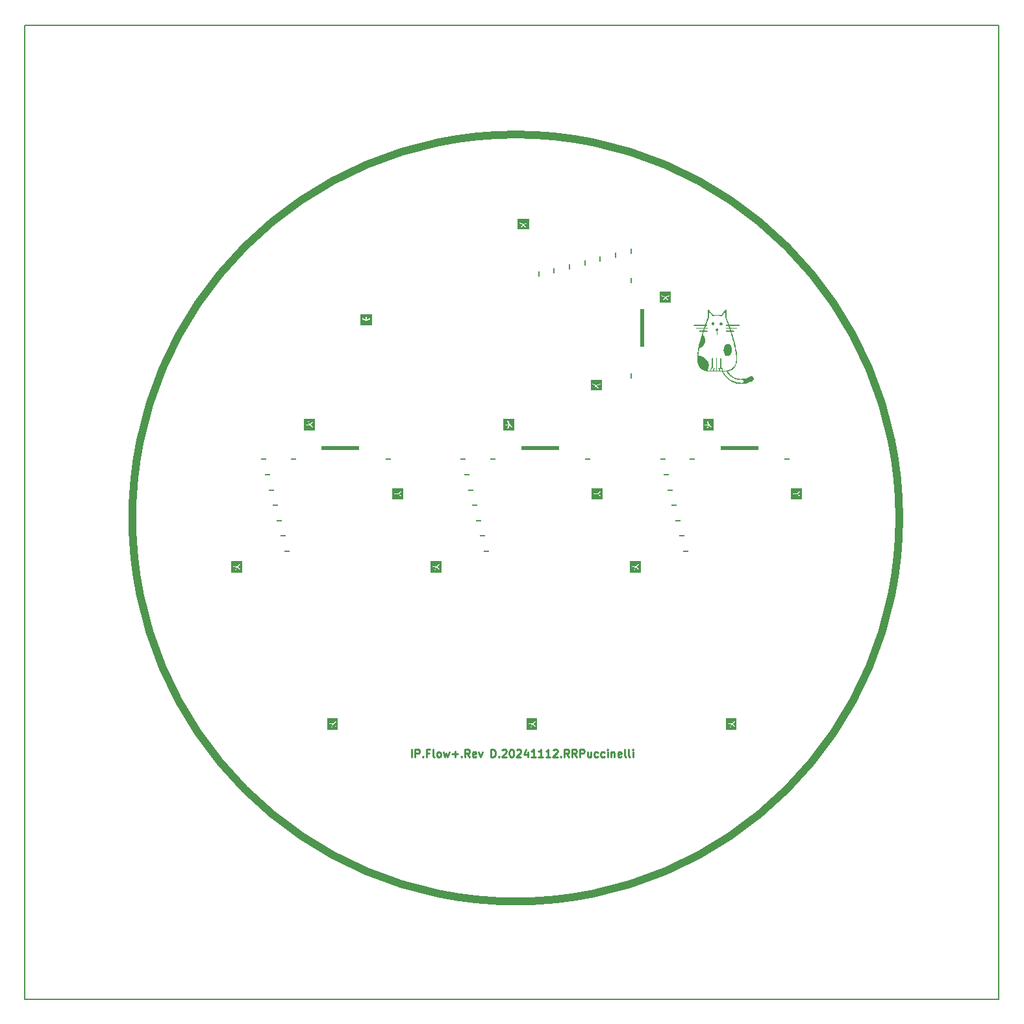
<source format=gbr>
%TF.GenerationSoftware,KiCad,Pcbnew,8.0.5*%
%TF.CreationDate,2024-11-12T16:01:04-08:00*%
%TF.ProjectId,ImmunoprecipitationDevice_RevD,496d6d75-6e6f-4707-9265-636970697461,rev?*%
%TF.SameCoordinates,Original*%
%TF.FileFunction,Legend,Top*%
%TF.FilePolarity,Positive*%
%FSLAX46Y46*%
G04 Gerber Fmt 4.6, Leading zero omitted, Abs format (unit mm)*
G04 Created by KiCad (PCBNEW 8.0.5) date 2024-11-12 16:01:04*
%MOMM*%
%LPD*%
G01*
G04 APERTURE LIST*
%ADD10C,1.000000*%
%ADD11C,0.250000*%
%ADD12C,0.100000*%
%ADD13C,0.000000*%
%ADD14R,0.700000X0.150000*%
%ADD15R,5.000000X0.550000*%
%ADD16R,0.150000X0.700000*%
%ADD17R,0.550000X5.000000*%
%ADD18C,0.150000*%
%TA.AperFunction,Profile*%
%ADD19C,0.200000*%
%TD*%
G04 APERTURE END LIST*
D10*
X114000000Y-64275000D02*
G75*
G02*
X14000000Y-64275000I-50000000J0D01*
G01*
X14000000Y-64275000D02*
G75*
G02*
X114000000Y-64275000I50000000J0D01*
G01*
D11*
X50402568Y-95449619D02*
X50402568Y-94449619D01*
X50878758Y-95449619D02*
X50878758Y-94449619D01*
X50878758Y-94449619D02*
X51259710Y-94449619D01*
X51259710Y-94449619D02*
X51354948Y-94497238D01*
X51354948Y-94497238D02*
X51402567Y-94544857D01*
X51402567Y-94544857D02*
X51450186Y-94640095D01*
X51450186Y-94640095D02*
X51450186Y-94782952D01*
X51450186Y-94782952D02*
X51402567Y-94878190D01*
X51402567Y-94878190D02*
X51354948Y-94925809D01*
X51354948Y-94925809D02*
X51259710Y-94973428D01*
X51259710Y-94973428D02*
X50878758Y-94973428D01*
X51878758Y-95354380D02*
X51926377Y-95402000D01*
X51926377Y-95402000D02*
X51878758Y-95449619D01*
X51878758Y-95449619D02*
X51831139Y-95402000D01*
X51831139Y-95402000D02*
X51878758Y-95354380D01*
X51878758Y-95354380D02*
X51878758Y-95449619D01*
X52688281Y-94925809D02*
X52354948Y-94925809D01*
X52354948Y-95449619D02*
X52354948Y-94449619D01*
X52354948Y-94449619D02*
X52831138Y-94449619D01*
X53354948Y-95449619D02*
X53259710Y-95402000D01*
X53259710Y-95402000D02*
X53212091Y-95306761D01*
X53212091Y-95306761D02*
X53212091Y-94449619D01*
X53878758Y-95449619D02*
X53783520Y-95402000D01*
X53783520Y-95402000D02*
X53735901Y-95354380D01*
X53735901Y-95354380D02*
X53688282Y-95259142D01*
X53688282Y-95259142D02*
X53688282Y-94973428D01*
X53688282Y-94973428D02*
X53735901Y-94878190D01*
X53735901Y-94878190D02*
X53783520Y-94830571D01*
X53783520Y-94830571D02*
X53878758Y-94782952D01*
X53878758Y-94782952D02*
X54021615Y-94782952D01*
X54021615Y-94782952D02*
X54116853Y-94830571D01*
X54116853Y-94830571D02*
X54164472Y-94878190D01*
X54164472Y-94878190D02*
X54212091Y-94973428D01*
X54212091Y-94973428D02*
X54212091Y-95259142D01*
X54212091Y-95259142D02*
X54164472Y-95354380D01*
X54164472Y-95354380D02*
X54116853Y-95402000D01*
X54116853Y-95402000D02*
X54021615Y-95449619D01*
X54021615Y-95449619D02*
X53878758Y-95449619D01*
X54545425Y-94782952D02*
X54735901Y-95449619D01*
X54735901Y-95449619D02*
X54926377Y-94973428D01*
X54926377Y-94973428D02*
X55116853Y-95449619D01*
X55116853Y-95449619D02*
X55307329Y-94782952D01*
X55688282Y-95068666D02*
X56450187Y-95068666D01*
X56069234Y-95449619D02*
X56069234Y-94687714D01*
X56926377Y-95354380D02*
X56973996Y-95402000D01*
X56973996Y-95402000D02*
X56926377Y-95449619D01*
X56926377Y-95449619D02*
X56878758Y-95402000D01*
X56878758Y-95402000D02*
X56926377Y-95354380D01*
X56926377Y-95354380D02*
X56926377Y-95449619D01*
X57973995Y-95449619D02*
X57640662Y-94973428D01*
X57402567Y-95449619D02*
X57402567Y-94449619D01*
X57402567Y-94449619D02*
X57783519Y-94449619D01*
X57783519Y-94449619D02*
X57878757Y-94497238D01*
X57878757Y-94497238D02*
X57926376Y-94544857D01*
X57926376Y-94544857D02*
X57973995Y-94640095D01*
X57973995Y-94640095D02*
X57973995Y-94782952D01*
X57973995Y-94782952D02*
X57926376Y-94878190D01*
X57926376Y-94878190D02*
X57878757Y-94925809D01*
X57878757Y-94925809D02*
X57783519Y-94973428D01*
X57783519Y-94973428D02*
X57402567Y-94973428D01*
X58783519Y-95402000D02*
X58688281Y-95449619D01*
X58688281Y-95449619D02*
X58497805Y-95449619D01*
X58497805Y-95449619D02*
X58402567Y-95402000D01*
X58402567Y-95402000D02*
X58354948Y-95306761D01*
X58354948Y-95306761D02*
X58354948Y-94925809D01*
X58354948Y-94925809D02*
X58402567Y-94830571D01*
X58402567Y-94830571D02*
X58497805Y-94782952D01*
X58497805Y-94782952D02*
X58688281Y-94782952D01*
X58688281Y-94782952D02*
X58783519Y-94830571D01*
X58783519Y-94830571D02*
X58831138Y-94925809D01*
X58831138Y-94925809D02*
X58831138Y-95021047D01*
X58831138Y-95021047D02*
X58354948Y-95116285D01*
X59164472Y-94782952D02*
X59402567Y-95449619D01*
X59402567Y-95449619D02*
X59640662Y-94782952D01*
X60783520Y-95449619D02*
X60783520Y-94449619D01*
X60783520Y-94449619D02*
X61021615Y-94449619D01*
X61021615Y-94449619D02*
X61164472Y-94497238D01*
X61164472Y-94497238D02*
X61259710Y-94592476D01*
X61259710Y-94592476D02*
X61307329Y-94687714D01*
X61307329Y-94687714D02*
X61354948Y-94878190D01*
X61354948Y-94878190D02*
X61354948Y-95021047D01*
X61354948Y-95021047D02*
X61307329Y-95211523D01*
X61307329Y-95211523D02*
X61259710Y-95306761D01*
X61259710Y-95306761D02*
X61164472Y-95402000D01*
X61164472Y-95402000D02*
X61021615Y-95449619D01*
X61021615Y-95449619D02*
X60783520Y-95449619D01*
X61783520Y-95354380D02*
X61831139Y-95402000D01*
X61831139Y-95402000D02*
X61783520Y-95449619D01*
X61783520Y-95449619D02*
X61735901Y-95402000D01*
X61735901Y-95402000D02*
X61783520Y-95354380D01*
X61783520Y-95354380D02*
X61783520Y-95449619D01*
X62212091Y-94544857D02*
X62259710Y-94497238D01*
X62259710Y-94497238D02*
X62354948Y-94449619D01*
X62354948Y-94449619D02*
X62593043Y-94449619D01*
X62593043Y-94449619D02*
X62688281Y-94497238D01*
X62688281Y-94497238D02*
X62735900Y-94544857D01*
X62735900Y-94544857D02*
X62783519Y-94640095D01*
X62783519Y-94640095D02*
X62783519Y-94735333D01*
X62783519Y-94735333D02*
X62735900Y-94878190D01*
X62735900Y-94878190D02*
X62164472Y-95449619D01*
X62164472Y-95449619D02*
X62783519Y-95449619D01*
X63402567Y-94449619D02*
X63497805Y-94449619D01*
X63497805Y-94449619D02*
X63593043Y-94497238D01*
X63593043Y-94497238D02*
X63640662Y-94544857D01*
X63640662Y-94544857D02*
X63688281Y-94640095D01*
X63688281Y-94640095D02*
X63735900Y-94830571D01*
X63735900Y-94830571D02*
X63735900Y-95068666D01*
X63735900Y-95068666D02*
X63688281Y-95259142D01*
X63688281Y-95259142D02*
X63640662Y-95354380D01*
X63640662Y-95354380D02*
X63593043Y-95402000D01*
X63593043Y-95402000D02*
X63497805Y-95449619D01*
X63497805Y-95449619D02*
X63402567Y-95449619D01*
X63402567Y-95449619D02*
X63307329Y-95402000D01*
X63307329Y-95402000D02*
X63259710Y-95354380D01*
X63259710Y-95354380D02*
X63212091Y-95259142D01*
X63212091Y-95259142D02*
X63164472Y-95068666D01*
X63164472Y-95068666D02*
X63164472Y-94830571D01*
X63164472Y-94830571D02*
X63212091Y-94640095D01*
X63212091Y-94640095D02*
X63259710Y-94544857D01*
X63259710Y-94544857D02*
X63307329Y-94497238D01*
X63307329Y-94497238D02*
X63402567Y-94449619D01*
X64116853Y-94544857D02*
X64164472Y-94497238D01*
X64164472Y-94497238D02*
X64259710Y-94449619D01*
X64259710Y-94449619D02*
X64497805Y-94449619D01*
X64497805Y-94449619D02*
X64593043Y-94497238D01*
X64593043Y-94497238D02*
X64640662Y-94544857D01*
X64640662Y-94544857D02*
X64688281Y-94640095D01*
X64688281Y-94640095D02*
X64688281Y-94735333D01*
X64688281Y-94735333D02*
X64640662Y-94878190D01*
X64640662Y-94878190D02*
X64069234Y-95449619D01*
X64069234Y-95449619D02*
X64688281Y-95449619D01*
X65545424Y-94782952D02*
X65545424Y-95449619D01*
X65307329Y-94402000D02*
X65069234Y-95116285D01*
X65069234Y-95116285D02*
X65688281Y-95116285D01*
X66593043Y-95449619D02*
X66021615Y-95449619D01*
X66307329Y-95449619D02*
X66307329Y-94449619D01*
X66307329Y-94449619D02*
X66212091Y-94592476D01*
X66212091Y-94592476D02*
X66116853Y-94687714D01*
X66116853Y-94687714D02*
X66021615Y-94735333D01*
X67545424Y-95449619D02*
X66973996Y-95449619D01*
X67259710Y-95449619D02*
X67259710Y-94449619D01*
X67259710Y-94449619D02*
X67164472Y-94592476D01*
X67164472Y-94592476D02*
X67069234Y-94687714D01*
X67069234Y-94687714D02*
X66973996Y-94735333D01*
X68497805Y-95449619D02*
X67926377Y-95449619D01*
X68212091Y-95449619D02*
X68212091Y-94449619D01*
X68212091Y-94449619D02*
X68116853Y-94592476D01*
X68116853Y-94592476D02*
X68021615Y-94687714D01*
X68021615Y-94687714D02*
X67926377Y-94735333D01*
X68878758Y-94544857D02*
X68926377Y-94497238D01*
X68926377Y-94497238D02*
X69021615Y-94449619D01*
X69021615Y-94449619D02*
X69259710Y-94449619D01*
X69259710Y-94449619D02*
X69354948Y-94497238D01*
X69354948Y-94497238D02*
X69402567Y-94544857D01*
X69402567Y-94544857D02*
X69450186Y-94640095D01*
X69450186Y-94640095D02*
X69450186Y-94735333D01*
X69450186Y-94735333D02*
X69402567Y-94878190D01*
X69402567Y-94878190D02*
X68831139Y-95449619D01*
X68831139Y-95449619D02*
X69450186Y-95449619D01*
X69878758Y-95354380D02*
X69926377Y-95402000D01*
X69926377Y-95402000D02*
X69878758Y-95449619D01*
X69878758Y-95449619D02*
X69831139Y-95402000D01*
X69831139Y-95402000D02*
X69878758Y-95354380D01*
X69878758Y-95354380D02*
X69878758Y-95449619D01*
X70926376Y-95449619D02*
X70593043Y-94973428D01*
X70354948Y-95449619D02*
X70354948Y-94449619D01*
X70354948Y-94449619D02*
X70735900Y-94449619D01*
X70735900Y-94449619D02*
X70831138Y-94497238D01*
X70831138Y-94497238D02*
X70878757Y-94544857D01*
X70878757Y-94544857D02*
X70926376Y-94640095D01*
X70926376Y-94640095D02*
X70926376Y-94782952D01*
X70926376Y-94782952D02*
X70878757Y-94878190D01*
X70878757Y-94878190D02*
X70831138Y-94925809D01*
X70831138Y-94925809D02*
X70735900Y-94973428D01*
X70735900Y-94973428D02*
X70354948Y-94973428D01*
X71926376Y-95449619D02*
X71593043Y-94973428D01*
X71354948Y-95449619D02*
X71354948Y-94449619D01*
X71354948Y-94449619D02*
X71735900Y-94449619D01*
X71735900Y-94449619D02*
X71831138Y-94497238D01*
X71831138Y-94497238D02*
X71878757Y-94544857D01*
X71878757Y-94544857D02*
X71926376Y-94640095D01*
X71926376Y-94640095D02*
X71926376Y-94782952D01*
X71926376Y-94782952D02*
X71878757Y-94878190D01*
X71878757Y-94878190D02*
X71831138Y-94925809D01*
X71831138Y-94925809D02*
X71735900Y-94973428D01*
X71735900Y-94973428D02*
X71354948Y-94973428D01*
X72354948Y-95449619D02*
X72354948Y-94449619D01*
X72354948Y-94449619D02*
X72735900Y-94449619D01*
X72735900Y-94449619D02*
X72831138Y-94497238D01*
X72831138Y-94497238D02*
X72878757Y-94544857D01*
X72878757Y-94544857D02*
X72926376Y-94640095D01*
X72926376Y-94640095D02*
X72926376Y-94782952D01*
X72926376Y-94782952D02*
X72878757Y-94878190D01*
X72878757Y-94878190D02*
X72831138Y-94925809D01*
X72831138Y-94925809D02*
X72735900Y-94973428D01*
X72735900Y-94973428D02*
X72354948Y-94973428D01*
X73783519Y-94782952D02*
X73783519Y-95449619D01*
X73354948Y-94782952D02*
X73354948Y-95306761D01*
X73354948Y-95306761D02*
X73402567Y-95402000D01*
X73402567Y-95402000D02*
X73497805Y-95449619D01*
X73497805Y-95449619D02*
X73640662Y-95449619D01*
X73640662Y-95449619D02*
X73735900Y-95402000D01*
X73735900Y-95402000D02*
X73783519Y-95354380D01*
X74688281Y-95402000D02*
X74593043Y-95449619D01*
X74593043Y-95449619D02*
X74402567Y-95449619D01*
X74402567Y-95449619D02*
X74307329Y-95402000D01*
X74307329Y-95402000D02*
X74259710Y-95354380D01*
X74259710Y-95354380D02*
X74212091Y-95259142D01*
X74212091Y-95259142D02*
X74212091Y-94973428D01*
X74212091Y-94973428D02*
X74259710Y-94878190D01*
X74259710Y-94878190D02*
X74307329Y-94830571D01*
X74307329Y-94830571D02*
X74402567Y-94782952D01*
X74402567Y-94782952D02*
X74593043Y-94782952D01*
X74593043Y-94782952D02*
X74688281Y-94830571D01*
X75545424Y-95402000D02*
X75450186Y-95449619D01*
X75450186Y-95449619D02*
X75259710Y-95449619D01*
X75259710Y-95449619D02*
X75164472Y-95402000D01*
X75164472Y-95402000D02*
X75116853Y-95354380D01*
X75116853Y-95354380D02*
X75069234Y-95259142D01*
X75069234Y-95259142D02*
X75069234Y-94973428D01*
X75069234Y-94973428D02*
X75116853Y-94878190D01*
X75116853Y-94878190D02*
X75164472Y-94830571D01*
X75164472Y-94830571D02*
X75259710Y-94782952D01*
X75259710Y-94782952D02*
X75450186Y-94782952D01*
X75450186Y-94782952D02*
X75545424Y-94830571D01*
X75973996Y-95449619D02*
X75973996Y-94782952D01*
X75973996Y-94449619D02*
X75926377Y-94497238D01*
X75926377Y-94497238D02*
X75973996Y-94544857D01*
X75973996Y-94544857D02*
X76021615Y-94497238D01*
X76021615Y-94497238D02*
X75973996Y-94449619D01*
X75973996Y-94449619D02*
X75973996Y-94544857D01*
X76450186Y-94782952D02*
X76450186Y-95449619D01*
X76450186Y-94878190D02*
X76497805Y-94830571D01*
X76497805Y-94830571D02*
X76593043Y-94782952D01*
X76593043Y-94782952D02*
X76735900Y-94782952D01*
X76735900Y-94782952D02*
X76831138Y-94830571D01*
X76831138Y-94830571D02*
X76878757Y-94925809D01*
X76878757Y-94925809D02*
X76878757Y-95449619D01*
X77735900Y-95402000D02*
X77640662Y-95449619D01*
X77640662Y-95449619D02*
X77450186Y-95449619D01*
X77450186Y-95449619D02*
X77354948Y-95402000D01*
X77354948Y-95402000D02*
X77307329Y-95306761D01*
X77307329Y-95306761D02*
X77307329Y-94925809D01*
X77307329Y-94925809D02*
X77354948Y-94830571D01*
X77354948Y-94830571D02*
X77450186Y-94782952D01*
X77450186Y-94782952D02*
X77640662Y-94782952D01*
X77640662Y-94782952D02*
X77735900Y-94830571D01*
X77735900Y-94830571D02*
X77783519Y-94925809D01*
X77783519Y-94925809D02*
X77783519Y-95021047D01*
X77783519Y-95021047D02*
X77307329Y-95116285D01*
X78354948Y-95449619D02*
X78259710Y-95402000D01*
X78259710Y-95402000D02*
X78212091Y-95306761D01*
X78212091Y-95306761D02*
X78212091Y-94449619D01*
X78878758Y-95449619D02*
X78783520Y-95402000D01*
X78783520Y-95402000D02*
X78735901Y-95306761D01*
X78735901Y-95306761D02*
X78735901Y-94449619D01*
X79259711Y-95449619D02*
X79259711Y-94782952D01*
X79259711Y-94449619D02*
X79212092Y-94497238D01*
X79212092Y-94497238D02*
X79259711Y-94544857D01*
X79259711Y-94544857D02*
X79307330Y-94497238D01*
X79307330Y-94497238D02*
X79259711Y-94449619D01*
X79259711Y-94449619D02*
X79259711Y-94544857D01*
D12*
G36*
X92799328Y-91872566D02*
G01*
X91398777Y-91872566D01*
X91398777Y-91115245D01*
X91620999Y-91115245D01*
X91620999Y-91134755D01*
X91628465Y-91152779D01*
X91642259Y-91166573D01*
X91660283Y-91174039D01*
X91670038Y-91175000D01*
X92072376Y-91175000D01*
X91909328Y-91582620D01*
X91906598Y-91592035D01*
X91906836Y-91611542D01*
X91914520Y-91629473D01*
X91928482Y-91643099D01*
X91946597Y-91650344D01*
X91966104Y-91650106D01*
X91984035Y-91642422D01*
X91997661Y-91628460D01*
X92002176Y-91619760D01*
X92168421Y-91204145D01*
X92497180Y-91450714D01*
X92505561Y-91455798D01*
X92524459Y-91460640D01*
X92543771Y-91457881D01*
X92560558Y-91447941D01*
X92572264Y-91432333D01*
X92577106Y-91413435D01*
X92574347Y-91394123D01*
X92564407Y-91377336D01*
X92557180Y-91370714D01*
X92229561Y-91124999D01*
X92557180Y-90879285D01*
X92564408Y-90872663D01*
X92574347Y-90855876D01*
X92577106Y-90836564D01*
X92572264Y-90817665D01*
X92560558Y-90802057D01*
X92543771Y-90792118D01*
X92524460Y-90789359D01*
X92505561Y-90794201D01*
X92497180Y-90799285D01*
X92168421Y-91045854D01*
X92002176Y-90630239D01*
X91997661Y-90621539D01*
X91984035Y-90607577D01*
X91966104Y-90599893D01*
X91946597Y-90599655D01*
X91928482Y-90606900D01*
X91914520Y-90620526D01*
X91906836Y-90638457D01*
X91906598Y-90657964D01*
X91909328Y-90667379D01*
X92072376Y-91075000D01*
X91670038Y-91075000D01*
X91660283Y-91075961D01*
X91642259Y-91083427D01*
X91628465Y-91097221D01*
X91620999Y-91115245D01*
X91398777Y-91115245D01*
X91398777Y-90377433D01*
X92799328Y-90377433D01*
X92799328Y-91872566D01*
G37*
G36*
X89799328Y-52872566D02*
G01*
X88398777Y-52872566D01*
X88398777Y-52115245D01*
X88620999Y-52115245D01*
X88620999Y-52134755D01*
X88628465Y-52152779D01*
X88642259Y-52166573D01*
X88660283Y-52174039D01*
X88670038Y-52175000D01*
X89072376Y-52175000D01*
X88909328Y-52582620D01*
X88906598Y-52592035D01*
X88906836Y-52611542D01*
X88914520Y-52629473D01*
X88928482Y-52643099D01*
X88946597Y-52650344D01*
X88966104Y-52650106D01*
X88984035Y-52642422D01*
X88997661Y-52628460D01*
X89002176Y-52619760D01*
X89168421Y-52204145D01*
X89497180Y-52450714D01*
X89505561Y-52455798D01*
X89524459Y-52460640D01*
X89543771Y-52457881D01*
X89560558Y-52447941D01*
X89572264Y-52432333D01*
X89577106Y-52413435D01*
X89574347Y-52394123D01*
X89564407Y-52377336D01*
X89557180Y-52370714D01*
X89229561Y-52124999D01*
X89557180Y-51879285D01*
X89564408Y-51872663D01*
X89574347Y-51855876D01*
X89577106Y-51836564D01*
X89572264Y-51817665D01*
X89560558Y-51802057D01*
X89543771Y-51792118D01*
X89524460Y-51789359D01*
X89505561Y-51794201D01*
X89497180Y-51799285D01*
X89168421Y-52045854D01*
X89002176Y-51630239D01*
X88997661Y-51621539D01*
X88984035Y-51607577D01*
X88966104Y-51599893D01*
X88946597Y-51599655D01*
X88928482Y-51606900D01*
X88914520Y-51620526D01*
X88906836Y-51638457D01*
X88906598Y-51657964D01*
X88909328Y-51667379D01*
X89072376Y-52075000D01*
X88670038Y-52075000D01*
X88660283Y-52075961D01*
X88642259Y-52083427D01*
X88628465Y-52097221D01*
X88620999Y-52115245D01*
X88398777Y-52115245D01*
X88398777Y-51377433D01*
X89799328Y-51377433D01*
X89799328Y-52872566D01*
G37*
G36*
X101299328Y-61872566D02*
G01*
X99898777Y-61872566D01*
X99898777Y-61115245D01*
X100120999Y-61115245D01*
X100120999Y-61134755D01*
X100128465Y-61152779D01*
X100142259Y-61166573D01*
X100160283Y-61174039D01*
X100170038Y-61175000D01*
X100572376Y-61175000D01*
X100409328Y-61582620D01*
X100406598Y-61592035D01*
X100406836Y-61611542D01*
X100414520Y-61629473D01*
X100428482Y-61643099D01*
X100446597Y-61650344D01*
X100466104Y-61650106D01*
X100484035Y-61642422D01*
X100497661Y-61628460D01*
X100502176Y-61619760D01*
X100668421Y-61204145D01*
X100997180Y-61450714D01*
X101005561Y-61455798D01*
X101024459Y-61460640D01*
X101043771Y-61457881D01*
X101060558Y-61447941D01*
X101072264Y-61432333D01*
X101077106Y-61413435D01*
X101074347Y-61394123D01*
X101064407Y-61377336D01*
X101057180Y-61370714D01*
X100729561Y-61124999D01*
X101057180Y-60879285D01*
X101064408Y-60872663D01*
X101074347Y-60855876D01*
X101077106Y-60836564D01*
X101072264Y-60817665D01*
X101060558Y-60802057D01*
X101043771Y-60792118D01*
X101024460Y-60789359D01*
X101005561Y-60794201D01*
X100997180Y-60799285D01*
X100668421Y-61045854D01*
X100502176Y-60630239D01*
X100497661Y-60621539D01*
X100484035Y-60607577D01*
X100466104Y-60599893D01*
X100446597Y-60599655D01*
X100428482Y-60606900D01*
X100414520Y-60620526D01*
X100406836Y-60638457D01*
X100406598Y-60657964D01*
X100409328Y-60667379D01*
X100572376Y-61075000D01*
X100170038Y-61075000D01*
X100160283Y-61075961D01*
X100142259Y-61083427D01*
X100128465Y-61097221D01*
X100120999Y-61115245D01*
X99898777Y-61115245D01*
X99898777Y-60377433D01*
X101299328Y-60377433D01*
X101299328Y-61872566D01*
G37*
G36*
X80299328Y-71372566D02*
G01*
X78898777Y-71372566D01*
X78898777Y-70615245D01*
X79120999Y-70615245D01*
X79120999Y-70634755D01*
X79128465Y-70652779D01*
X79142259Y-70666573D01*
X79160283Y-70674039D01*
X79170038Y-70675000D01*
X79572376Y-70675000D01*
X79409328Y-71082620D01*
X79406598Y-71092035D01*
X79406836Y-71111542D01*
X79414520Y-71129473D01*
X79428482Y-71143099D01*
X79446597Y-71150344D01*
X79466104Y-71150106D01*
X79484035Y-71142422D01*
X79497661Y-71128460D01*
X79502176Y-71119760D01*
X79668421Y-70704145D01*
X79997180Y-70950714D01*
X80005561Y-70955798D01*
X80024459Y-70960640D01*
X80043771Y-70957881D01*
X80060558Y-70947941D01*
X80072264Y-70932333D01*
X80077106Y-70913435D01*
X80074347Y-70894123D01*
X80064407Y-70877336D01*
X80057180Y-70870714D01*
X79729561Y-70624999D01*
X80057180Y-70379285D01*
X80064408Y-70372663D01*
X80074347Y-70355876D01*
X80077106Y-70336564D01*
X80072264Y-70317665D01*
X80060558Y-70302057D01*
X80043771Y-70292118D01*
X80024460Y-70289359D01*
X80005561Y-70294201D01*
X79997180Y-70299285D01*
X79668421Y-70545854D01*
X79502176Y-70130239D01*
X79497661Y-70121539D01*
X79484035Y-70107577D01*
X79466104Y-70099893D01*
X79446597Y-70099655D01*
X79428482Y-70106900D01*
X79414520Y-70120526D01*
X79406836Y-70138457D01*
X79406598Y-70157964D01*
X79409328Y-70167379D01*
X79572376Y-70575000D01*
X79170038Y-70575000D01*
X79160283Y-70575961D01*
X79142259Y-70583427D01*
X79128465Y-70597221D01*
X79120999Y-70615245D01*
X78898777Y-70615245D01*
X78898777Y-69877433D01*
X80299328Y-69877433D01*
X80299328Y-71372566D01*
G37*
G36*
X66799328Y-91872566D02*
G01*
X65398777Y-91872566D01*
X65398777Y-91115245D01*
X65620999Y-91115245D01*
X65620999Y-91134755D01*
X65628465Y-91152779D01*
X65642259Y-91166573D01*
X65660283Y-91174039D01*
X65670038Y-91175000D01*
X66072376Y-91175000D01*
X65909328Y-91582620D01*
X65906598Y-91592035D01*
X65906836Y-91611542D01*
X65914520Y-91629473D01*
X65928482Y-91643099D01*
X65946597Y-91650344D01*
X65966104Y-91650106D01*
X65984035Y-91642422D01*
X65997661Y-91628460D01*
X66002176Y-91619760D01*
X66168421Y-91204145D01*
X66497180Y-91450714D01*
X66505561Y-91455798D01*
X66524459Y-91460640D01*
X66543771Y-91457881D01*
X66560558Y-91447941D01*
X66572264Y-91432333D01*
X66577106Y-91413435D01*
X66574347Y-91394123D01*
X66564407Y-91377336D01*
X66557180Y-91370714D01*
X66229561Y-91124999D01*
X66557180Y-90879285D01*
X66564408Y-90872663D01*
X66574347Y-90855876D01*
X66577106Y-90836564D01*
X66572264Y-90817665D01*
X66560558Y-90802057D01*
X66543771Y-90792118D01*
X66524460Y-90789359D01*
X66505561Y-90794201D01*
X66497180Y-90799285D01*
X66168421Y-91045854D01*
X66002176Y-90630239D01*
X65997661Y-90621539D01*
X65984035Y-90607577D01*
X65966104Y-90599893D01*
X65946597Y-90599655D01*
X65928482Y-90606900D01*
X65914520Y-90620526D01*
X65906836Y-90638457D01*
X65906598Y-90657964D01*
X65909328Y-90667379D01*
X66072376Y-91075000D01*
X65670038Y-91075000D01*
X65660283Y-91075961D01*
X65642259Y-91083427D01*
X65628465Y-91097221D01*
X65620999Y-91115245D01*
X65398777Y-91115245D01*
X65398777Y-90377433D01*
X66799328Y-90377433D01*
X66799328Y-91872566D01*
G37*
G36*
X63799328Y-52872566D02*
G01*
X62398777Y-52872566D01*
X62398777Y-52115245D01*
X62620999Y-52115245D01*
X62620999Y-52134755D01*
X62628465Y-52152779D01*
X62642259Y-52166573D01*
X62660283Y-52174039D01*
X62670038Y-52175000D01*
X63072376Y-52175000D01*
X62909328Y-52582620D01*
X62906598Y-52592035D01*
X62906836Y-52611542D01*
X62914520Y-52629473D01*
X62928482Y-52643099D01*
X62946597Y-52650344D01*
X62966104Y-52650106D01*
X62984035Y-52642422D01*
X62997661Y-52628460D01*
X63002176Y-52619760D01*
X63168421Y-52204145D01*
X63497180Y-52450714D01*
X63505561Y-52455798D01*
X63524459Y-52460640D01*
X63543771Y-52457881D01*
X63560558Y-52447941D01*
X63572264Y-52432333D01*
X63577106Y-52413435D01*
X63574347Y-52394123D01*
X63564407Y-52377336D01*
X63557180Y-52370714D01*
X63229561Y-52124999D01*
X63557180Y-51879285D01*
X63564408Y-51872663D01*
X63574347Y-51855876D01*
X63577106Y-51836564D01*
X63572264Y-51817665D01*
X63560558Y-51802057D01*
X63543771Y-51792118D01*
X63524460Y-51789359D01*
X63505561Y-51794201D01*
X63497180Y-51799285D01*
X63168421Y-52045854D01*
X63002176Y-51630239D01*
X62997661Y-51621539D01*
X62984035Y-51607577D01*
X62966104Y-51599893D01*
X62946597Y-51599655D01*
X62928482Y-51606900D01*
X62914520Y-51620526D01*
X62906836Y-51638457D01*
X62906598Y-51657964D01*
X62909328Y-51667379D01*
X63072376Y-52075000D01*
X62670038Y-52075000D01*
X62660283Y-52075961D01*
X62642259Y-52083427D01*
X62628465Y-52097221D01*
X62620999Y-52115245D01*
X62398777Y-52115245D01*
X62398777Y-51377433D01*
X63799328Y-51377433D01*
X63799328Y-52872566D01*
G37*
G36*
X75299328Y-61872566D02*
G01*
X73898777Y-61872566D01*
X73898777Y-61115245D01*
X74120999Y-61115245D01*
X74120999Y-61134755D01*
X74128465Y-61152779D01*
X74142259Y-61166573D01*
X74160283Y-61174039D01*
X74170038Y-61175000D01*
X74572376Y-61175000D01*
X74409328Y-61582620D01*
X74406598Y-61592035D01*
X74406836Y-61611542D01*
X74414520Y-61629473D01*
X74428482Y-61643099D01*
X74446597Y-61650344D01*
X74466104Y-61650106D01*
X74484035Y-61642422D01*
X74497661Y-61628460D01*
X74502176Y-61619760D01*
X74668421Y-61204145D01*
X74997180Y-61450714D01*
X75005561Y-61455798D01*
X75024459Y-61460640D01*
X75043771Y-61457881D01*
X75060558Y-61447941D01*
X75072264Y-61432333D01*
X75077106Y-61413435D01*
X75074347Y-61394123D01*
X75064407Y-61377336D01*
X75057180Y-61370714D01*
X74729561Y-61124999D01*
X75057180Y-60879285D01*
X75064408Y-60872663D01*
X75074347Y-60855876D01*
X75077106Y-60836564D01*
X75072264Y-60817665D01*
X75060558Y-60802057D01*
X75043771Y-60792118D01*
X75024460Y-60789359D01*
X75005561Y-60794201D01*
X74997180Y-60799285D01*
X74668421Y-61045854D01*
X74502176Y-60630239D01*
X74497661Y-60621539D01*
X74484035Y-60607577D01*
X74466104Y-60599893D01*
X74446597Y-60599655D01*
X74428482Y-60606900D01*
X74414520Y-60620526D01*
X74406836Y-60638457D01*
X74406598Y-60657964D01*
X74409328Y-60667379D01*
X74572376Y-61075000D01*
X74170038Y-61075000D01*
X74160283Y-61075961D01*
X74142259Y-61083427D01*
X74128465Y-61097221D01*
X74120999Y-61115245D01*
X73898777Y-61115245D01*
X73898777Y-60377433D01*
X75299328Y-60377433D01*
X75299328Y-61872566D01*
G37*
G36*
X54299328Y-71372566D02*
G01*
X52898777Y-71372566D01*
X52898777Y-70615245D01*
X53120999Y-70615245D01*
X53120999Y-70634755D01*
X53128465Y-70652779D01*
X53142259Y-70666573D01*
X53160283Y-70674039D01*
X53170038Y-70675000D01*
X53572376Y-70675000D01*
X53409328Y-71082620D01*
X53406598Y-71092035D01*
X53406836Y-71111542D01*
X53414520Y-71129473D01*
X53428482Y-71143099D01*
X53446597Y-71150344D01*
X53466104Y-71150106D01*
X53484035Y-71142422D01*
X53497661Y-71128460D01*
X53502176Y-71119760D01*
X53668421Y-70704145D01*
X53997180Y-70950714D01*
X54005561Y-70955798D01*
X54024459Y-70960640D01*
X54043771Y-70957881D01*
X54060558Y-70947941D01*
X54072264Y-70932333D01*
X54077106Y-70913435D01*
X54074347Y-70894123D01*
X54064407Y-70877336D01*
X54057180Y-70870714D01*
X53729561Y-70624999D01*
X54057180Y-70379285D01*
X54064408Y-70372663D01*
X54074347Y-70355876D01*
X54077106Y-70336564D01*
X54072264Y-70317665D01*
X54060558Y-70302057D01*
X54043771Y-70292118D01*
X54024460Y-70289359D01*
X54005561Y-70294201D01*
X53997180Y-70299285D01*
X53668421Y-70545854D01*
X53502176Y-70130239D01*
X53497661Y-70121539D01*
X53484035Y-70107577D01*
X53466104Y-70099893D01*
X53446597Y-70099655D01*
X53428482Y-70106900D01*
X53414520Y-70120526D01*
X53406836Y-70138457D01*
X53406598Y-70157964D01*
X53409328Y-70167379D01*
X53572376Y-70575000D01*
X53170038Y-70575000D01*
X53160283Y-70575961D01*
X53142259Y-70583427D01*
X53128465Y-70597221D01*
X53120999Y-70615245D01*
X52898777Y-70615245D01*
X52898777Y-69877433D01*
X54299328Y-69877433D01*
X54299328Y-71372566D01*
G37*
G36*
X40799328Y-91872566D02*
G01*
X39398777Y-91872566D01*
X39398777Y-91115245D01*
X39620999Y-91115245D01*
X39620999Y-91134755D01*
X39628465Y-91152779D01*
X39642259Y-91166573D01*
X39660283Y-91174039D01*
X39670038Y-91175000D01*
X40072376Y-91175000D01*
X39909328Y-91582620D01*
X39906598Y-91592035D01*
X39906836Y-91611542D01*
X39914520Y-91629473D01*
X39928482Y-91643099D01*
X39946597Y-91650344D01*
X39966104Y-91650106D01*
X39984035Y-91642422D01*
X39997661Y-91628460D01*
X40002176Y-91619760D01*
X40168421Y-91204145D01*
X40497180Y-91450714D01*
X40505561Y-91455798D01*
X40524459Y-91460640D01*
X40543771Y-91457881D01*
X40560558Y-91447941D01*
X40572264Y-91432333D01*
X40577106Y-91413435D01*
X40574347Y-91394123D01*
X40564407Y-91377336D01*
X40557180Y-91370714D01*
X40229561Y-91124999D01*
X40557180Y-90879285D01*
X40564408Y-90872663D01*
X40574347Y-90855876D01*
X40577106Y-90836564D01*
X40572264Y-90817665D01*
X40560558Y-90802057D01*
X40543771Y-90792118D01*
X40524460Y-90789359D01*
X40505561Y-90794201D01*
X40497180Y-90799285D01*
X40168421Y-91045854D01*
X40002176Y-90630239D01*
X39997661Y-90621539D01*
X39984035Y-90607577D01*
X39966104Y-90599893D01*
X39946597Y-90599655D01*
X39928482Y-90606900D01*
X39914520Y-90620526D01*
X39906836Y-90638457D01*
X39906598Y-90657964D01*
X39909328Y-90667379D01*
X40072376Y-91075000D01*
X39670038Y-91075000D01*
X39660283Y-91075961D01*
X39642259Y-91083427D01*
X39628465Y-91097221D01*
X39620999Y-91115245D01*
X39398777Y-91115245D01*
X39398777Y-90377433D01*
X40799328Y-90377433D01*
X40799328Y-91872566D01*
G37*
G36*
X37799328Y-52872566D02*
G01*
X36398777Y-52872566D01*
X36398777Y-52115245D01*
X36620999Y-52115245D01*
X36620999Y-52134755D01*
X36628465Y-52152779D01*
X36642259Y-52166573D01*
X36660283Y-52174039D01*
X36670038Y-52175000D01*
X37072376Y-52175000D01*
X36909328Y-52582620D01*
X36906598Y-52592035D01*
X36906836Y-52611542D01*
X36914520Y-52629473D01*
X36928482Y-52643099D01*
X36946597Y-52650344D01*
X36966104Y-52650106D01*
X36984035Y-52642422D01*
X36997661Y-52628460D01*
X37002176Y-52619760D01*
X37168421Y-52204145D01*
X37497180Y-52450714D01*
X37505561Y-52455798D01*
X37524459Y-52460640D01*
X37543771Y-52457881D01*
X37560558Y-52447941D01*
X37572264Y-52432333D01*
X37577106Y-52413435D01*
X37574347Y-52394123D01*
X37564407Y-52377336D01*
X37557180Y-52370714D01*
X37229561Y-52124999D01*
X37557180Y-51879285D01*
X37564408Y-51872663D01*
X37574347Y-51855876D01*
X37577106Y-51836564D01*
X37572264Y-51817665D01*
X37560558Y-51802057D01*
X37543771Y-51792118D01*
X37524460Y-51789359D01*
X37505561Y-51794201D01*
X37497180Y-51799285D01*
X37168421Y-52045854D01*
X37002176Y-51630239D01*
X36997661Y-51621539D01*
X36984035Y-51607577D01*
X36966104Y-51599893D01*
X36946597Y-51599655D01*
X36928482Y-51606900D01*
X36914520Y-51620526D01*
X36906836Y-51638457D01*
X36906598Y-51657964D01*
X36909328Y-51667379D01*
X37072376Y-52075000D01*
X36670038Y-52075000D01*
X36660283Y-52075961D01*
X36642259Y-52083427D01*
X36628465Y-52097221D01*
X36620999Y-52115245D01*
X36398777Y-52115245D01*
X36398777Y-51377433D01*
X37799328Y-51377433D01*
X37799328Y-52872566D01*
G37*
G36*
X49299328Y-61872566D02*
G01*
X47898777Y-61872566D01*
X47898777Y-61115245D01*
X48120999Y-61115245D01*
X48120999Y-61134755D01*
X48128465Y-61152779D01*
X48142259Y-61166573D01*
X48160283Y-61174039D01*
X48170038Y-61175000D01*
X48572376Y-61175000D01*
X48409328Y-61582620D01*
X48406598Y-61592035D01*
X48406836Y-61611542D01*
X48414520Y-61629473D01*
X48428482Y-61643099D01*
X48446597Y-61650344D01*
X48466104Y-61650106D01*
X48484035Y-61642422D01*
X48497661Y-61628460D01*
X48502176Y-61619760D01*
X48668421Y-61204145D01*
X48997180Y-61450714D01*
X49005561Y-61455798D01*
X49024459Y-61460640D01*
X49043771Y-61457881D01*
X49060558Y-61447941D01*
X49072264Y-61432333D01*
X49077106Y-61413435D01*
X49074347Y-61394123D01*
X49064407Y-61377336D01*
X49057180Y-61370714D01*
X48729561Y-61124999D01*
X49057180Y-60879285D01*
X49064408Y-60872663D01*
X49074347Y-60855876D01*
X49077106Y-60836564D01*
X49072264Y-60817665D01*
X49060558Y-60802057D01*
X49043771Y-60792118D01*
X49024460Y-60789359D01*
X49005561Y-60794201D01*
X48997180Y-60799285D01*
X48668421Y-61045854D01*
X48502176Y-60630239D01*
X48497661Y-60621539D01*
X48484035Y-60607577D01*
X48466104Y-60599893D01*
X48446597Y-60599655D01*
X48428482Y-60606900D01*
X48414520Y-60620526D01*
X48406836Y-60638457D01*
X48406598Y-60657964D01*
X48409328Y-60667379D01*
X48572376Y-61075000D01*
X48170038Y-61075000D01*
X48160283Y-61075961D01*
X48142259Y-61083427D01*
X48128465Y-61097221D01*
X48120999Y-61115245D01*
X47898777Y-61115245D01*
X47898777Y-60377433D01*
X49299328Y-60377433D01*
X49299328Y-61872566D01*
G37*
G36*
X28299328Y-71372566D02*
G01*
X26898777Y-71372566D01*
X26898777Y-70615245D01*
X27120999Y-70615245D01*
X27120999Y-70634755D01*
X27128465Y-70652779D01*
X27142259Y-70666573D01*
X27160283Y-70674039D01*
X27170038Y-70675000D01*
X27572376Y-70675000D01*
X27409328Y-71082620D01*
X27406598Y-71092035D01*
X27406836Y-71111542D01*
X27414520Y-71129473D01*
X27428482Y-71143099D01*
X27446597Y-71150344D01*
X27466104Y-71150106D01*
X27484035Y-71142422D01*
X27497661Y-71128460D01*
X27502176Y-71119760D01*
X27668421Y-70704145D01*
X27997180Y-70950714D01*
X28005561Y-70955798D01*
X28024459Y-70960640D01*
X28043771Y-70957881D01*
X28060558Y-70947941D01*
X28072264Y-70932333D01*
X28077106Y-70913435D01*
X28074347Y-70894123D01*
X28064407Y-70877336D01*
X28057180Y-70870714D01*
X27729561Y-70624999D01*
X28057180Y-70379285D01*
X28064408Y-70372663D01*
X28074347Y-70355876D01*
X28077106Y-70336564D01*
X28072264Y-70317665D01*
X28060558Y-70302057D01*
X28043771Y-70292118D01*
X28024460Y-70289359D01*
X28005561Y-70294201D01*
X27997180Y-70299285D01*
X27668421Y-70545854D01*
X27502176Y-70130239D01*
X27497661Y-70121539D01*
X27484035Y-70107577D01*
X27466104Y-70099893D01*
X27446597Y-70099655D01*
X27428482Y-70106900D01*
X27414520Y-70120526D01*
X27406836Y-70138457D01*
X27406598Y-70157964D01*
X27409328Y-70167379D01*
X27572376Y-70575000D01*
X27170038Y-70575000D01*
X27160283Y-70575961D01*
X27142259Y-70583427D01*
X27128465Y-70597221D01*
X27120999Y-70615245D01*
X26898777Y-70615245D01*
X26898777Y-69877433D01*
X28299328Y-69877433D01*
X28299328Y-71372566D01*
G37*
G36*
X45247566Y-39149328D02*
G01*
X43752433Y-39149328D01*
X43752433Y-38296597D01*
X43974655Y-38296597D01*
X43974893Y-38316104D01*
X43982577Y-38334035D01*
X43996539Y-38347661D01*
X44005239Y-38352176D01*
X44420853Y-38518421D01*
X44174285Y-38847180D01*
X44169201Y-38855561D01*
X44164359Y-38874459D01*
X44167118Y-38893771D01*
X44177058Y-38910558D01*
X44192666Y-38922264D01*
X44211564Y-38927106D01*
X44230876Y-38924347D01*
X44247663Y-38914407D01*
X44254285Y-38907180D01*
X44499999Y-38579561D01*
X44745714Y-38907180D01*
X44752336Y-38914408D01*
X44769123Y-38924347D01*
X44788435Y-38927106D01*
X44807334Y-38922264D01*
X44822942Y-38910558D01*
X44832881Y-38893771D01*
X44835640Y-38874460D01*
X44830798Y-38855561D01*
X44825714Y-38847180D01*
X44579144Y-38518421D01*
X44994759Y-38352176D01*
X45003460Y-38347661D01*
X45017422Y-38334035D01*
X45025106Y-38316104D01*
X45025344Y-38296597D01*
X45018098Y-38278482D01*
X45004472Y-38264520D01*
X44986542Y-38256836D01*
X44967034Y-38256598D01*
X44957620Y-38259328D01*
X44549999Y-38422376D01*
X44549999Y-38020038D01*
X44549038Y-38010283D01*
X44541572Y-37992259D01*
X44527778Y-37978465D01*
X44509754Y-37970999D01*
X44490244Y-37970999D01*
X44472220Y-37978465D01*
X44458426Y-37992259D01*
X44450960Y-38010283D01*
X44449999Y-38020038D01*
X44449999Y-38422376D01*
X44042379Y-38259328D01*
X44032964Y-38256598D01*
X44013457Y-38256836D01*
X43995526Y-38264520D01*
X43981900Y-38278482D01*
X43974655Y-38296597D01*
X43752433Y-38296597D01*
X43752433Y-37748777D01*
X45247566Y-37748777D01*
X45247566Y-39149328D01*
G37*
G36*
X84247566Y-36149328D02*
G01*
X82752433Y-36149328D01*
X82752433Y-35296597D01*
X82974655Y-35296597D01*
X82974893Y-35316104D01*
X82982577Y-35334035D01*
X82996539Y-35347661D01*
X83005239Y-35352176D01*
X83420853Y-35518421D01*
X83174285Y-35847180D01*
X83169201Y-35855561D01*
X83164359Y-35874459D01*
X83167118Y-35893771D01*
X83177058Y-35910558D01*
X83192666Y-35922264D01*
X83211564Y-35927106D01*
X83230876Y-35924347D01*
X83247663Y-35914407D01*
X83254285Y-35907180D01*
X83499999Y-35579561D01*
X83745714Y-35907180D01*
X83752336Y-35914408D01*
X83769123Y-35924347D01*
X83788435Y-35927106D01*
X83807334Y-35922264D01*
X83822942Y-35910558D01*
X83832881Y-35893771D01*
X83835640Y-35874460D01*
X83830798Y-35855561D01*
X83825714Y-35847180D01*
X83579144Y-35518421D01*
X83994759Y-35352176D01*
X84003460Y-35347661D01*
X84017422Y-35334035D01*
X84025106Y-35316104D01*
X84025344Y-35296597D01*
X84018098Y-35278482D01*
X84004472Y-35264520D01*
X83986542Y-35256836D01*
X83967034Y-35256598D01*
X83957620Y-35259328D01*
X83549999Y-35422376D01*
X83549999Y-35020038D01*
X83549038Y-35010283D01*
X83541572Y-34992259D01*
X83527778Y-34978465D01*
X83509754Y-34970999D01*
X83490244Y-34970999D01*
X83472220Y-34978465D01*
X83458426Y-34992259D01*
X83450960Y-35010283D01*
X83449999Y-35020038D01*
X83449999Y-35422376D01*
X83042379Y-35259328D01*
X83032964Y-35256598D01*
X83013457Y-35256836D01*
X82995526Y-35264520D01*
X82981900Y-35278482D01*
X82974655Y-35296597D01*
X82752433Y-35296597D01*
X82752433Y-34748777D01*
X84247566Y-34748777D01*
X84247566Y-36149328D01*
G37*
G36*
X75247566Y-47649328D02*
G01*
X73752433Y-47649328D01*
X73752433Y-46796597D01*
X73974655Y-46796597D01*
X73974893Y-46816104D01*
X73982577Y-46834035D01*
X73996539Y-46847661D01*
X74005239Y-46852176D01*
X74420853Y-47018421D01*
X74174285Y-47347180D01*
X74169201Y-47355561D01*
X74164359Y-47374459D01*
X74167118Y-47393771D01*
X74177058Y-47410558D01*
X74192666Y-47422264D01*
X74211564Y-47427106D01*
X74230876Y-47424347D01*
X74247663Y-47414407D01*
X74254285Y-47407180D01*
X74499999Y-47079561D01*
X74745714Y-47407180D01*
X74752336Y-47414408D01*
X74769123Y-47424347D01*
X74788435Y-47427106D01*
X74807334Y-47422264D01*
X74822942Y-47410558D01*
X74832881Y-47393771D01*
X74835640Y-47374460D01*
X74830798Y-47355561D01*
X74825714Y-47347180D01*
X74579144Y-47018421D01*
X74994759Y-46852176D01*
X75003460Y-46847661D01*
X75017422Y-46834035D01*
X75025106Y-46816104D01*
X75025344Y-46796597D01*
X75018098Y-46778482D01*
X75004472Y-46764520D01*
X74986542Y-46756836D01*
X74967034Y-46756598D01*
X74957620Y-46759328D01*
X74549999Y-46922376D01*
X74549999Y-46520038D01*
X74549038Y-46510283D01*
X74541572Y-46492259D01*
X74527778Y-46478465D01*
X74509754Y-46470999D01*
X74490244Y-46470999D01*
X74472220Y-46478465D01*
X74458426Y-46492259D01*
X74450960Y-46510283D01*
X74449999Y-46520038D01*
X74449999Y-46922376D01*
X74042379Y-46759328D01*
X74032964Y-46756598D01*
X74013457Y-46756836D01*
X73995526Y-46764520D01*
X73981900Y-46778482D01*
X73974655Y-46796597D01*
X73752433Y-46796597D01*
X73752433Y-46248777D01*
X75247566Y-46248777D01*
X75247566Y-47649328D01*
G37*
G36*
X65747566Y-26649328D02*
G01*
X64252433Y-26649328D01*
X64252433Y-25796597D01*
X64474655Y-25796597D01*
X64474893Y-25816104D01*
X64482577Y-25834035D01*
X64496539Y-25847661D01*
X64505239Y-25852176D01*
X64920853Y-26018421D01*
X64674285Y-26347180D01*
X64669201Y-26355561D01*
X64664359Y-26374459D01*
X64667118Y-26393771D01*
X64677058Y-26410558D01*
X64692666Y-26422264D01*
X64711564Y-26427106D01*
X64730876Y-26424347D01*
X64747663Y-26414407D01*
X64754285Y-26407180D01*
X64999999Y-26079561D01*
X65245714Y-26407180D01*
X65252336Y-26414408D01*
X65269123Y-26424347D01*
X65288435Y-26427106D01*
X65307334Y-26422264D01*
X65322942Y-26410558D01*
X65332881Y-26393771D01*
X65335640Y-26374460D01*
X65330798Y-26355561D01*
X65325714Y-26347180D01*
X65079144Y-26018421D01*
X65494759Y-25852176D01*
X65503460Y-25847661D01*
X65517422Y-25834035D01*
X65525106Y-25816104D01*
X65525344Y-25796597D01*
X65518098Y-25778482D01*
X65504472Y-25764520D01*
X65486542Y-25756836D01*
X65467034Y-25756598D01*
X65457620Y-25759328D01*
X65049999Y-25922376D01*
X65049999Y-25520038D01*
X65049038Y-25510283D01*
X65041572Y-25492259D01*
X65027778Y-25478465D01*
X65009754Y-25470999D01*
X64990244Y-25470999D01*
X64972220Y-25478465D01*
X64958426Y-25492259D01*
X64950960Y-25510283D01*
X64949999Y-25520038D01*
X64949999Y-25922376D01*
X64542379Y-25759328D01*
X64532964Y-25756598D01*
X64513457Y-25756836D01*
X64495526Y-25764520D01*
X64481900Y-25778482D01*
X64474655Y-25796597D01*
X64252433Y-25796597D01*
X64252433Y-25248777D01*
X65747566Y-25248777D01*
X65747566Y-26649328D01*
G37*
D13*
G36*
X89760551Y-38738424D02*
G01*
X89816373Y-38757747D01*
X89869698Y-38797377D01*
X89904211Y-38849569D01*
X89920099Y-38908926D01*
X89917551Y-38970049D01*
X89896754Y-39027540D01*
X89857895Y-39076000D01*
X89804163Y-39108860D01*
X89742655Y-39127284D01*
X89691456Y-39126264D01*
X89642006Y-39104800D01*
X89616441Y-39086992D01*
X89565108Y-39034343D01*
X89536552Y-38974427D01*
X89531421Y-38911475D01*
X89550362Y-38849724D01*
X89574629Y-38813719D01*
X89631054Y-38763609D01*
X89693825Y-38738326D01*
X89760551Y-38738424D01*
G37*
G36*
X90814282Y-38761732D02*
G01*
X90871445Y-38780970D01*
X90919975Y-38816157D01*
X90955390Y-38865294D01*
X90973207Y-38926379D01*
X90973353Y-38970351D01*
X90956983Y-39034454D01*
X90920677Y-39084939D01*
X90861566Y-39125731D01*
X90858756Y-39127181D01*
X90815607Y-39147056D01*
X90782455Y-39154212D01*
X90746996Y-39150043D01*
X90720150Y-39142877D01*
X90686789Y-39126270D01*
X90649060Y-39097876D01*
X90634384Y-39083957D01*
X90609147Y-39055749D01*
X90595388Y-39030796D01*
X90589664Y-38999179D01*
X90588532Y-38951837D01*
X90589642Y-38904205D01*
X90595319Y-38873098D01*
X90609090Y-38848671D01*
X90634477Y-38821081D01*
X90635832Y-38819725D01*
X90691993Y-38779109D01*
X90752971Y-38760445D01*
X90814282Y-38761732D01*
G37*
G36*
X90292633Y-39564645D02*
G01*
X90345068Y-39592054D01*
X90381705Y-39634391D01*
X90401782Y-39685814D01*
X90404535Y-39740486D01*
X90389200Y-39792567D01*
X90355014Y-39836217D01*
X90330360Y-39853195D01*
X90288806Y-39875987D01*
X90295504Y-40107598D01*
X90297175Y-40191198D01*
X90297129Y-40262415D01*
X90295456Y-40317357D01*
X90292245Y-40352130D01*
X90289672Y-40361598D01*
X90266288Y-40380725D01*
X90236195Y-40381265D01*
X90215894Y-40367493D01*
X90211244Y-40349491D01*
X90206344Y-40309672D01*
X90201582Y-40252599D01*
X90197347Y-40182835D01*
X90194349Y-40114201D01*
X90185817Y-39877402D01*
X90139935Y-39839583D01*
X90099438Y-39792373D01*
X90081101Y-39740066D01*
X90082469Y-39687081D01*
X90101088Y-39637837D01*
X90134503Y-39596754D01*
X90180261Y-39568251D01*
X90235906Y-39556746D01*
X90292633Y-39564645D01*
G37*
G36*
X91696487Y-41567636D02*
G01*
X91790248Y-41592289D01*
X91880715Y-41641030D01*
X91958702Y-41707343D01*
X92039399Y-41808176D01*
X92103239Y-41925861D01*
X92149782Y-42056585D01*
X92178587Y-42196540D01*
X92189217Y-42341915D01*
X92181229Y-42488899D01*
X92154185Y-42633682D01*
X92107644Y-42772455D01*
X92086958Y-42818300D01*
X92022804Y-42928188D01*
X91947332Y-43017668D01*
X91862315Y-43085347D01*
X91769527Y-43129836D01*
X91670744Y-43149740D01*
X91663909Y-43150164D01*
X91602667Y-43149601D01*
X91546105Y-43142541D01*
X91523044Y-43136698D01*
X91425522Y-43091067D01*
X91337370Y-43021662D01*
X91259636Y-42929751D01*
X91193370Y-42816605D01*
X91139622Y-42683491D01*
X91134059Y-42666223D01*
X91121765Y-42623862D01*
X91113197Y-42584110D01*
X91107721Y-42540703D01*
X91104703Y-42487376D01*
X91103509Y-42417865D01*
X91103408Y-42363207D01*
X91105163Y-42257341D01*
X91111024Y-42170879D01*
X91122360Y-42096980D01*
X91140543Y-42028802D01*
X91166943Y-41959502D01*
X91197574Y-41893155D01*
X91261289Y-41785436D01*
X91335941Y-41698331D01*
X91419159Y-41632419D01*
X91508570Y-41588281D01*
X91601803Y-41566493D01*
X91696487Y-41567636D01*
G37*
G36*
X89140030Y-37063135D02*
G01*
X89158902Y-37077466D01*
X89184573Y-37104310D01*
X89219202Y-37146087D01*
X89264947Y-37205216D01*
X89311049Y-37266714D01*
X89370872Y-37347095D01*
X89436667Y-37435317D01*
X89502484Y-37523416D01*
X89562376Y-37603426D01*
X89595127Y-37647078D01*
X89724747Y-37819625D01*
X89806977Y-37802359D01*
X89966278Y-37777199D01*
X90140737Y-37764205D01*
X90322153Y-37763260D01*
X90502328Y-37774246D01*
X90673063Y-37797046D01*
X90766662Y-37816135D01*
X90781574Y-37817352D01*
X90796834Y-37811478D01*
X90815692Y-37795386D01*
X90841398Y-37765953D01*
X90877200Y-37720051D01*
X90905208Y-37682866D01*
X91009451Y-37543757D01*
X91098751Y-37424944D01*
X91173831Y-37325485D01*
X91235412Y-37244438D01*
X91284213Y-37180860D01*
X91320957Y-37133809D01*
X91346365Y-37102344D01*
X91361157Y-37085521D01*
X91364789Y-37082311D01*
X91402226Y-37072391D01*
X91439669Y-37083576D01*
X91458641Y-37101416D01*
X91464041Y-37112081D01*
X91468425Y-37128820D01*
X91471896Y-37154192D01*
X91474554Y-37190756D01*
X91476499Y-37241072D01*
X91477834Y-37307699D01*
X91478659Y-37393196D01*
X91479074Y-37500123D01*
X91479182Y-37622122D01*
X91479245Y-37749575D01*
X91479528Y-37853509D01*
X91480174Y-37936797D01*
X91481324Y-38002312D01*
X91483118Y-38052924D01*
X91485700Y-38091506D01*
X91489210Y-38120930D01*
X91493789Y-38144066D01*
X91499580Y-38163788D01*
X91506725Y-38182967D01*
X91506843Y-38183264D01*
X91521150Y-38220447D01*
X91542519Y-38277403D01*
X91569405Y-38349899D01*
X91600265Y-38433699D01*
X91633557Y-38524570D01*
X91667738Y-38618276D01*
X91701265Y-38710584D01*
X91732595Y-38797258D01*
X91760185Y-38874066D01*
X91782492Y-38936771D01*
X91797974Y-38981140D01*
X91802774Y-38995434D01*
X91817177Y-39035040D01*
X91830219Y-39063249D01*
X91836545Y-39071786D01*
X91851580Y-39073140D01*
X91890411Y-39074376D01*
X91950443Y-39075471D01*
X92029083Y-39076400D01*
X92123738Y-39077138D01*
X92231813Y-39077661D01*
X92350715Y-39077944D01*
X92477850Y-39077962D01*
X92488539Y-39077951D01*
X92657757Y-39078055D01*
X92802994Y-39078765D01*
X92923845Y-39080073D01*
X93019907Y-39081972D01*
X93090778Y-39084452D01*
X93136055Y-39087507D01*
X93155054Y-39090967D01*
X93189397Y-39120165D01*
X93200327Y-39156003D01*
X93188543Y-39190742D01*
X93167508Y-39222844D01*
X92526453Y-39222844D01*
X92374486Y-39222973D01*
X92247096Y-39223391D01*
X92142472Y-39224146D01*
X92058802Y-39225284D01*
X91994276Y-39226853D01*
X91947082Y-39228899D01*
X91915408Y-39231470D01*
X91897443Y-39234613D01*
X91891377Y-39238374D01*
X91891476Y-39239337D01*
X91898345Y-39259415D01*
X91910743Y-39296844D01*
X91926101Y-39343861D01*
X91927507Y-39348194D01*
X91943438Y-39394762D01*
X91957499Y-39431388D01*
X91966882Y-39450808D01*
X91967470Y-39451541D01*
X91973822Y-39456322D01*
X91985032Y-39460204D01*
X92003731Y-39463299D01*
X92032553Y-39465717D01*
X92074128Y-39467570D01*
X92131089Y-39468968D01*
X92206069Y-39470022D01*
X92301699Y-39470844D01*
X92420611Y-39471544D01*
X92444759Y-39471666D01*
X92556820Y-39472392D01*
X92645383Y-39473438D01*
X92713338Y-39474969D01*
X92763574Y-39477148D01*
X92798984Y-39480139D01*
X92822456Y-39484106D01*
X92836881Y-39489213D01*
X92843902Y-39494280D01*
X92862950Y-39529221D01*
X92856602Y-39568663D01*
X92845968Y-39586395D01*
X92839649Y-39593572D01*
X92830461Y-39599213D01*
X92815530Y-39603462D01*
X92791982Y-39606460D01*
X92756941Y-39608350D01*
X92707532Y-39609275D01*
X92640881Y-39609377D01*
X92554112Y-39608799D01*
X92444351Y-39607685D01*
X92421835Y-39607437D01*
X92305397Y-39606316D01*
X92212896Y-39605870D01*
X92141885Y-39606179D01*
X92089920Y-39607325D01*
X92054553Y-39609390D01*
X92033339Y-39612454D01*
X92023832Y-39616599D01*
X92022999Y-39620715D01*
X92029717Y-39641254D01*
X92041527Y-39679617D01*
X92056125Y-39728296D01*
X92059367Y-39739255D01*
X92089105Y-39840030D01*
X92267123Y-39845232D01*
X92340150Y-39847758D01*
X92391316Y-39850809D01*
X92425152Y-39855085D01*
X92446187Y-39861289D01*
X92458950Y-39870119D01*
X92463564Y-39875628D01*
X92480717Y-39915979D01*
X92472480Y-39953228D01*
X92461252Y-39967408D01*
X92445545Y-39977172D01*
X92418640Y-39983473D01*
X92375766Y-39986920D01*
X92312153Y-39988118D01*
X92298516Y-39988143D01*
X92239994Y-39988741D01*
X92191850Y-39990360D01*
X92159820Y-39992737D01*
X92149677Y-39994980D01*
X92151456Y-40009016D01*
X92160303Y-40044385D01*
X92175148Y-40097320D01*
X92194922Y-40164050D01*
X92218556Y-40240807D01*
X92227361Y-40268773D01*
X92324583Y-40584586D01*
X92415951Y-40898932D01*
X92500861Y-41209212D01*
X92578710Y-41512830D01*
X92648894Y-41807188D01*
X92710810Y-42089690D01*
X92763855Y-42357739D01*
X92807426Y-42608736D01*
X92840919Y-42840085D01*
X92857153Y-42980185D01*
X92876940Y-43255562D01*
X92877983Y-43513413D01*
X92860333Y-43753562D01*
X92824040Y-43975832D01*
X92769155Y-44180048D01*
X92695728Y-44366032D01*
X92603809Y-44533608D01*
X92493450Y-44682601D01*
X92364701Y-44812835D01*
X92321225Y-44849241D01*
X92272070Y-44885724D01*
X92213061Y-44925138D01*
X92149164Y-44964655D01*
X92085344Y-45001449D01*
X92026568Y-45032694D01*
X91977803Y-45055563D01*
X91944014Y-45067229D01*
X91936600Y-45068143D01*
X91911099Y-45073784D01*
X91879394Y-45086783D01*
X91848085Y-45098955D01*
X91800754Y-45113491D01*
X91747219Y-45127395D01*
X91743078Y-45128364D01*
X91695489Y-45139731D01*
X91659048Y-45149064D01*
X91640376Y-45154652D01*
X91639346Y-45155179D01*
X91644938Y-45166544D01*
X91663666Y-45194725D01*
X91692649Y-45235562D01*
X91729006Y-45284899D01*
X91731652Y-45288429D01*
X91886051Y-45473597D01*
X92054769Y-45637360D01*
X92236575Y-45779146D01*
X92430239Y-45898385D01*
X92634530Y-45994505D01*
X92848216Y-46066936D01*
X93070068Y-46115107D01*
X93298855Y-46138448D01*
X93533345Y-46136387D01*
X93556681Y-46134790D01*
X93772541Y-46108370D01*
X93985662Y-46061960D01*
X94190721Y-45997152D01*
X94382394Y-45915542D01*
X94500750Y-45852212D01*
X94581644Y-45811226D01*
X94653722Y-45789949D01*
X94723875Y-45786883D01*
X94770188Y-45793629D01*
X94854206Y-45823428D01*
X94923983Y-45872567D01*
X94977509Y-45936999D01*
X95012769Y-46012676D01*
X95027752Y-46095552D01*
X95020445Y-46181581D01*
X94997171Y-46250013D01*
X94972400Y-46294360D01*
X94940085Y-46333762D01*
X94896429Y-46371205D01*
X94837634Y-46409675D01*
X94759904Y-46452157D01*
X94705312Y-46479486D01*
X94528919Y-46558725D01*
X94344364Y-46628572D01*
X94158674Y-46686799D01*
X93978876Y-46731179D01*
X93828230Y-46757399D01*
X93776479Y-46764768D01*
X93735236Y-46771493D01*
X93711126Y-46776460D01*
X93707891Y-46777620D01*
X93689789Y-46780907D01*
X93650063Y-46783694D01*
X93593476Y-46785938D01*
X93524790Y-46787598D01*
X93448768Y-46788635D01*
X93370171Y-46789006D01*
X93293761Y-46788670D01*
X93224302Y-46787588D01*
X93166554Y-46785717D01*
X93125281Y-46783016D01*
X93121935Y-46782665D01*
X92868973Y-46742423D01*
X92620033Y-46678913D01*
X92378567Y-46593478D01*
X92148032Y-46487463D01*
X91931881Y-46362212D01*
X91793651Y-46265818D01*
X91718684Y-46205524D01*
X91633173Y-46130281D01*
X91542992Y-46045802D01*
X91454014Y-45957799D01*
X91372112Y-45871984D01*
X91303158Y-45794072D01*
X91281573Y-45767725D01*
X91220197Y-45686825D01*
X91153869Y-45592895D01*
X91087731Y-45493707D01*
X91026926Y-45397032D01*
X90976596Y-45310641D01*
X90965385Y-45289927D01*
X90921468Y-45207076D01*
X91085771Y-45207076D01*
X91087763Y-45221763D01*
X91103217Y-45254139D01*
X91129841Y-45300726D01*
X91165340Y-45358043D01*
X91207421Y-45422612D01*
X91253792Y-45490952D01*
X91302157Y-45559583D01*
X91350225Y-45625027D01*
X91395702Y-45683803D01*
X91417843Y-45710911D01*
X91599970Y-45909950D01*
X91793759Y-46085340D01*
X91999556Y-46237271D01*
X92217706Y-46365935D01*
X92448555Y-46471523D01*
X92692450Y-46554225D01*
X92949735Y-46614233D01*
X93095545Y-46637428D01*
X93131848Y-46640578D01*
X93185568Y-46643030D01*
X93252060Y-46644790D01*
X93326678Y-46645863D01*
X93404775Y-46646255D01*
X93481707Y-46645971D01*
X93552825Y-46645017D01*
X93613485Y-46643398D01*
X93659040Y-46641119D01*
X93684844Y-46638187D01*
X93688701Y-46636736D01*
X93688696Y-46621687D01*
X93681908Y-46589906D01*
X93674902Y-46565137D01*
X93664322Y-46519804D01*
X93654725Y-46459893D01*
X93647949Y-46397203D01*
X93647245Y-46387623D01*
X93639626Y-46275467D01*
X93387378Y-46275183D01*
X93288124Y-46274499D01*
X93208770Y-46272375D01*
X93142844Y-46268328D01*
X93083876Y-46261871D01*
X93025392Y-46252521D01*
X92987387Y-46245229D01*
X92749801Y-46184620D01*
X92524737Y-46100824D01*
X92312510Y-45994052D01*
X92113437Y-45864515D01*
X91927833Y-45712425D01*
X91756014Y-45537992D01*
X91598297Y-45341426D01*
X91566926Y-45297253D01*
X91492283Y-45189897D01*
X91291109Y-45196716D01*
X91221236Y-45199295D01*
X91161350Y-45201907D01*
X91116098Y-45204317D01*
X91090126Y-45206291D01*
X91085771Y-45207076D01*
X90921468Y-45207076D01*
X90920004Y-45204314D01*
X90346363Y-45195605D01*
X90209058Y-45193652D01*
X90065787Y-45191852D01*
X89921819Y-45190254D01*
X89782424Y-45188910D01*
X89652871Y-45187870D01*
X89538429Y-45187183D01*
X89444366Y-45186900D01*
X89433133Y-45186896D01*
X89281251Y-45185553D01*
X89151051Y-45181153D01*
X89037943Y-45173142D01*
X88937339Y-45160965D01*
X88844649Y-45144066D01*
X88755284Y-45121891D01*
X88665045Y-45094016D01*
X88478538Y-45019021D01*
X88310552Y-44925296D01*
X88161176Y-44812999D01*
X88030501Y-44682286D01*
X87918616Y-44533315D01*
X87825609Y-44366242D01*
X87751572Y-44181224D01*
X87696594Y-43978419D01*
X87660763Y-43757983D01*
X87644170Y-43520073D01*
X87645144Y-43307436D01*
X87652187Y-43159221D01*
X87659524Y-43058510D01*
X87792540Y-43058510D01*
X87792918Y-43077774D01*
X87793137Y-43078263D01*
X87808251Y-43085258D01*
X87840612Y-43092670D01*
X87860814Y-43095851D01*
X87999508Y-43123200D01*
X88148100Y-43167632D01*
X88299387Y-43226134D01*
X88446164Y-43295690D01*
X88581227Y-43373288D01*
X88669424Y-43434137D01*
X88813046Y-43556175D01*
X88933590Y-43687677D01*
X89030715Y-43827214D01*
X89104078Y-43973360D01*
X89153337Y-44124687D01*
X89178148Y-44279766D01*
X89178169Y-44437171D01*
X89153058Y-44595473D01*
X89102472Y-44753245D01*
X89026067Y-44909060D01*
X89024164Y-44912334D01*
X88997974Y-44959471D01*
X88979402Y-44997316D01*
X88970800Y-45020801D01*
X88971456Y-45025912D01*
X88998071Y-45031645D01*
X89043372Y-45037960D01*
X89099695Y-45044070D01*
X89159372Y-45049189D01*
X89214737Y-45052527D01*
X89237921Y-45053275D01*
X89325544Y-45054948D01*
X89330404Y-44958701D01*
X89343305Y-44866212D01*
X89373550Y-44788676D01*
X89423814Y-44721831D01*
X89496773Y-44661416D01*
X89530918Y-44639311D01*
X89536129Y-44633947D01*
X89540531Y-44623245D01*
X89544240Y-44604921D01*
X89547367Y-44576690D01*
X89550027Y-44536267D01*
X89552333Y-44481369D01*
X89554398Y-44409709D01*
X89556337Y-44319005D01*
X89558262Y-44206971D01*
X89560287Y-44071323D01*
X89560745Y-44038948D01*
X89562774Y-43898654D01*
X89564643Y-43782372D01*
X89566478Y-43687726D01*
X89568408Y-43612340D01*
X89570559Y-43553839D01*
X89573059Y-43509846D01*
X89576035Y-43477985D01*
X89579615Y-43455881D01*
X89583924Y-43441157D01*
X89589092Y-43431437D01*
X89593571Y-43426041D01*
X89617343Y-43408630D01*
X89644972Y-43410020D01*
X89654715Y-43413161D01*
X89691286Y-43426020D01*
X89694944Y-44052458D01*
X89695537Y-44179439D01*
X89695809Y-44299008D01*
X89695773Y-44408441D01*
X89695446Y-44505013D01*
X89694839Y-44585998D01*
X89693969Y-44648673D01*
X89692848Y-44690311D01*
X89691543Y-44707992D01*
X89671934Y-44735013D01*
X89637371Y-44750097D01*
X89571318Y-44779630D01*
X89518358Y-44825396D01*
X89481922Y-44882331D01*
X89465445Y-44945373D01*
X89469237Y-44998091D01*
X89481088Y-45048350D01*
X89588586Y-45052168D01*
X89696084Y-45055986D01*
X89688674Y-44984194D01*
X89685346Y-44909724D01*
X89694556Y-44851822D01*
X89718669Y-44802707D01*
X89757729Y-44756901D01*
X89809423Y-44715221D01*
X89856062Y-44698058D01*
X89896526Y-44705679D01*
X89914655Y-44719423D01*
X89931970Y-44744489D01*
X89930447Y-44770341D01*
X89908651Y-44801729D01*
X89881715Y-44828477D01*
X89845292Y-44867807D01*
X89826344Y-44905553D01*
X89820766Y-44932278D01*
X89817931Y-44966194D01*
X89824486Y-44987852D01*
X89845563Y-45007319D01*
X89866162Y-45021374D01*
X89898555Y-45040416D01*
X89928972Y-45050341D01*
X89967572Y-45053339D01*
X90009579Y-45052290D01*
X90100325Y-45048350D01*
X90103726Y-44244695D01*
X90104646Y-44063990D01*
X90105785Y-43908461D01*
X90107170Y-43776898D01*
X90108829Y-43668087D01*
X90110789Y-43580818D01*
X90113078Y-43513877D01*
X90115724Y-43466054D01*
X90118753Y-43436136D01*
X90122193Y-43422911D01*
X90122395Y-43422645D01*
X90146314Y-43410328D01*
X90178069Y-43408222D01*
X90193047Y-43409805D01*
X90205859Y-43412663D01*
X90216650Y-43418707D01*
X90225567Y-43429851D01*
X90232754Y-43448005D01*
X90238357Y-43475084D01*
X90242521Y-43512998D01*
X90245392Y-43563661D01*
X90247114Y-43628984D01*
X90247834Y-43710880D01*
X90247697Y-43811262D01*
X90246848Y-43932041D01*
X90245433Y-44075131D01*
X90243596Y-44242442D01*
X90243329Y-44266558D01*
X90234593Y-45054948D01*
X90329751Y-45054948D01*
X90405016Y-45050380D01*
X90459080Y-45035611D01*
X90495685Y-45009045D01*
X90516095Y-44975455D01*
X90525872Y-44942921D01*
X90522069Y-44913931D01*
X90511457Y-44888829D01*
X90488357Y-44854417D01*
X90460428Y-44830174D01*
X90456938Y-44828396D01*
X90425859Y-44803396D01*
X90412817Y-44770248D01*
X90417693Y-44736867D01*
X90440365Y-44711166D01*
X90458856Y-44703536D01*
X90504202Y-44704771D01*
X90553634Y-44726951D01*
X90600821Y-44766776D01*
X90616909Y-44785932D01*
X90635663Y-44812884D01*
X90646895Y-44838360D01*
X90652500Y-44870410D01*
X90654375Y-44917088D01*
X90654506Y-44945593D01*
X90654506Y-45055917D01*
X90760065Y-45052133D01*
X90865623Y-45048350D01*
X90869790Y-44990032D01*
X90870691Y-44946343D01*
X90867826Y-44908984D01*
X90866301Y-44901209D01*
X90845738Y-44859322D01*
X90809059Y-44816436D01*
X90764756Y-44781082D01*
X90729717Y-44764012D01*
X90693363Y-44748588D01*
X90667047Y-44730626D01*
X90664403Y-44727697D01*
X90660330Y-44716437D01*
X90656928Y-44692631D01*
X90654151Y-44654453D01*
X90651950Y-44600079D01*
X90650278Y-44527684D01*
X90649088Y-44435443D01*
X90648332Y-44321531D01*
X90647964Y-44184124D01*
X90647909Y-44092141D01*
X90647999Y-43946547D01*
X90648317Y-43825071D01*
X90648935Y-43725445D01*
X90649927Y-43645397D01*
X90651363Y-43582659D01*
X90653318Y-43534959D01*
X90655862Y-43500027D01*
X90659069Y-43475594D01*
X90663011Y-43459390D01*
X90667760Y-43449144D01*
X90668449Y-43448117D01*
X90696782Y-43425366D01*
X90732124Y-43418576D01*
X90764330Y-43428098D01*
X90779393Y-43444314D01*
X90783052Y-43464720D01*
X90786168Y-43510780D01*
X90788725Y-43581766D01*
X90790706Y-43676947D01*
X90792095Y-43795595D01*
X90792875Y-43936979D01*
X90793052Y-44056983D01*
X90793071Y-44196631D01*
X90793202Y-44312207D01*
X90793552Y-44406031D01*
X90794230Y-44480421D01*
X90795345Y-44537695D01*
X90797004Y-44580172D01*
X90799315Y-44610170D01*
X90802388Y-44630009D01*
X90806331Y-44642006D01*
X90811251Y-44648479D01*
X90817258Y-44651749D01*
X90820900Y-44652969D01*
X90860085Y-44674567D01*
X90904147Y-44712783D01*
X90946279Y-44760573D01*
X90979668Y-44810895D01*
X90986318Y-44824039D01*
X91009835Y-44893381D01*
X91017232Y-44971289D01*
X91017235Y-44972480D01*
X91017364Y-45054948D01*
X91214331Y-45054948D01*
X91379752Y-45050919D01*
X91525661Y-45038008D01*
X91657802Y-45014979D01*
X91781920Y-44980594D01*
X91903759Y-44933617D01*
X92006974Y-44884332D01*
X92156432Y-44796223D01*
X92287237Y-44694650D01*
X92400098Y-44578375D01*
X92495724Y-44446157D01*
X92574824Y-44296757D01*
X92638106Y-44128937D01*
X92686279Y-43941458D01*
X92720053Y-43733079D01*
X92732103Y-43616714D01*
X92739032Y-43464760D01*
X92735939Y-43290437D01*
X92723101Y-43095674D01*
X92700797Y-42882396D01*
X92669304Y-42652533D01*
X92628902Y-42408011D01*
X92579867Y-42150757D01*
X92522478Y-41882700D01*
X92457014Y-41605768D01*
X92421842Y-41466519D01*
X92382909Y-41319122D01*
X92337075Y-41151718D01*
X92285790Y-40969334D01*
X92230503Y-40776996D01*
X92172665Y-40579733D01*
X92113723Y-40382569D01*
X92055127Y-40190533D01*
X92038425Y-40136584D01*
X91992313Y-39988143D01*
X91709662Y-39988143D01*
X91427011Y-39988143D01*
X91405820Y-39955802D01*
X91391858Y-39915850D01*
X91401564Y-39880601D01*
X91433165Y-39856155D01*
X91434988Y-39855439D01*
X91458476Y-39851407D01*
X91503390Y-39847920D01*
X91564766Y-39845207D01*
X91637642Y-39843496D01*
X91705242Y-39843000D01*
X91789576Y-39842912D01*
X91850977Y-39842372D01*
X91892900Y-39840964D01*
X91918801Y-39838274D01*
X91932136Y-39833884D01*
X91936361Y-39827381D01*
X91934933Y-39818349D01*
X91934050Y-39815498D01*
X91925484Y-39789276D01*
X91911521Y-39747282D01*
X91895665Y-39700043D01*
X91866010Y-39612091D01*
X91646302Y-39608473D01*
X91565401Y-39607002D01*
X91506801Y-39605274D01*
X91466413Y-39602703D01*
X91440149Y-39598701D01*
X91423923Y-39592682D01*
X91413647Y-39584060D01*
X91406406Y-39574047D01*
X91393934Y-39534503D01*
X91406689Y-39496705D01*
X91425585Y-39477263D01*
X91449659Y-39469443D01*
X91498875Y-39464132D01*
X91573675Y-39461294D01*
X91627623Y-39460770D01*
X91693377Y-39459891D01*
X91748504Y-39457770D01*
X91788239Y-39454696D01*
X91807819Y-39450959D01*
X91809052Y-39449718D01*
X91804798Y-39433187D01*
X91793468Y-39398415D01*
X91777207Y-39351886D01*
X91770891Y-39334416D01*
X91752128Y-39284915D01*
X91734835Y-39251133D01*
X91713781Y-39230363D01*
X91683736Y-39219898D01*
X91639470Y-39217030D01*
X91575751Y-39219053D01*
X91550391Y-39220292D01*
X91493258Y-39222707D01*
X91456454Y-39222383D01*
X91433972Y-39218259D01*
X91419807Y-39209272D01*
X91408547Y-39195215D01*
X91389697Y-39159533D01*
X91392436Y-39130801D01*
X91413208Y-39104091D01*
X91429928Y-39091136D01*
X91452590Y-39083186D01*
X91487461Y-39079103D01*
X91540805Y-39077747D01*
X91558351Y-39077701D01*
X91610646Y-39076624D01*
X91651192Y-39073738D01*
X91674100Y-39069563D01*
X91677104Y-39067224D01*
X91672672Y-39050739D01*
X91660275Y-39013264D01*
X91641262Y-38958500D01*
X91616982Y-38890146D01*
X91588784Y-38811905D01*
X91558018Y-38727477D01*
X91526032Y-38640563D01*
X91494176Y-38554864D01*
X91463798Y-38474080D01*
X91436247Y-38401913D01*
X91412874Y-38342064D01*
X91411572Y-38338792D01*
X91340636Y-38160662D01*
X91334039Y-37758220D01*
X91327442Y-37355779D01*
X91103130Y-37655758D01*
X91041379Y-37737350D01*
X90984832Y-37810159D01*
X90935544Y-37871672D01*
X90895569Y-37919376D01*
X90866961Y-37950756D01*
X90851776Y-37963301D01*
X90851726Y-37963316D01*
X90828008Y-37963752D01*
X90785333Y-37958949D01*
X90730406Y-37949813D01*
X90686791Y-37941008D01*
X90637127Y-37930897D01*
X90590765Y-37923319D01*
X90542590Y-37917923D01*
X90487492Y-37914357D01*
X90420359Y-37912271D01*
X90336078Y-37911312D01*
X90252065Y-37911121D01*
X90149800Y-37911439D01*
X90068852Y-37912619D01*
X90004152Y-37915006D01*
X89950631Y-37918941D01*
X89903222Y-37924767D01*
X89856857Y-37932826D01*
X89821065Y-37940249D01*
X89763069Y-37951690D01*
X89713321Y-37959378D01*
X89678297Y-37962433D01*
X89666095Y-37961374D01*
X89651477Y-37948320D01*
X89624615Y-37917444D01*
X89588433Y-37872519D01*
X89545854Y-37817318D01*
X89499805Y-37755613D01*
X89453207Y-37691178D01*
X89420392Y-37644389D01*
X89405157Y-37623528D01*
X89377528Y-37586791D01*
X89341281Y-37539158D01*
X89300187Y-37485610D01*
X89295442Y-37479453D01*
X89189883Y-37342584D01*
X89182861Y-37745026D01*
X89175838Y-38147467D01*
X89105116Y-38325597D01*
X89078672Y-38393656D01*
X89046161Y-38479597D01*
X89010195Y-38576382D01*
X88973386Y-38676973D01*
X88938346Y-38774331D01*
X88932519Y-38790714D01*
X88830644Y-39077701D01*
X88894809Y-39077701D01*
X88949110Y-39084810D01*
X88987285Y-39104349D01*
X89005792Y-39133633D01*
X89004498Y-39160843D01*
X88989050Y-39191944D01*
X88961812Y-39211162D01*
X88917838Y-39220700D01*
X88865267Y-39222844D01*
X88776605Y-39222844D01*
X88736777Y-39341597D01*
X88696949Y-39460350D01*
X88820285Y-39460350D01*
X88876914Y-39461216D01*
X88925087Y-39463534D01*
X88957579Y-39466886D01*
X88965503Y-39468747D01*
X88992024Y-39491378D01*
X89003459Y-39526861D01*
X88997195Y-39564789D01*
X88992007Y-39574287D01*
X88982164Y-39587354D01*
X88969640Y-39596151D01*
X88949510Y-39601520D01*
X88916850Y-39604304D01*
X88866734Y-39605347D01*
X88809649Y-39605493D01*
X88647738Y-39605493D01*
X88612031Y-39715136D01*
X88595973Y-39765424D01*
X88583660Y-39805850D01*
X88576988Y-39830103D01*
X88576325Y-39833889D01*
X88588725Y-39837188D01*
X88622756Y-39839954D01*
X88673656Y-39841950D01*
X88736668Y-39842936D01*
X88758116Y-39843000D01*
X88836453Y-39843655D01*
X88892768Y-39845902D01*
X88931400Y-39850163D01*
X88956689Y-39856861D01*
X88969233Y-39863540D01*
X88991107Y-39891627D01*
X88998633Y-39928140D01*
X88990568Y-39961627D01*
X88981110Y-39973002D01*
X88960923Y-39978856D01*
X88917184Y-39983878D01*
X88852724Y-39987853D01*
X88770374Y-39990568D01*
X88742148Y-39991112D01*
X88520634Y-39994740D01*
X88463795Y-40176875D01*
X88406956Y-40359010D01*
X88479860Y-40460563D01*
X88575142Y-40612614D01*
X88644479Y-40766964D01*
X88687780Y-40923168D01*
X88704951Y-41080780D01*
X88695902Y-41239358D01*
X88668325Y-41371709D01*
X88611448Y-41528377D01*
X88531391Y-41674639D01*
X88430033Y-41808355D01*
X88309256Y-41927384D01*
X88170940Y-42029586D01*
X88017221Y-42112705D01*
X87935077Y-42149951D01*
X87899386Y-42339047D01*
X87884100Y-42423105D01*
X87868426Y-42514772D01*
X87852896Y-42610345D01*
X87838042Y-42706123D01*
X87824397Y-42798403D01*
X87812492Y-42883484D01*
X87802859Y-42957664D01*
X87796032Y-43017240D01*
X87792540Y-43058510D01*
X87659524Y-43058510D01*
X87663020Y-43010524D01*
X87678052Y-42859176D01*
X87697693Y-42703007D01*
X87722350Y-42539848D01*
X87752434Y-42367528D01*
X87788354Y-42183878D01*
X87830518Y-41986728D01*
X87879337Y-41773909D01*
X87935219Y-41543250D01*
X87998573Y-41292582D01*
X88069809Y-41019736D01*
X88093221Y-40931571D01*
X88113095Y-40859311D01*
X88139605Y-40766435D01*
X88171402Y-40657478D01*
X88207136Y-40536975D01*
X88245457Y-40409463D01*
X88285016Y-40279477D01*
X88324462Y-40151553D01*
X88343527Y-40090402D01*
X88375537Y-39988143D01*
X88166796Y-39988143D01*
X88085046Y-39987720D01*
X88025705Y-39986212D01*
X87984799Y-39983260D01*
X87958356Y-39978505D01*
X87942404Y-39971589D01*
X87937319Y-39967408D01*
X87918272Y-39932473D01*
X87924629Y-39893019D01*
X87935307Y-39875210D01*
X87943654Y-39866296D01*
X87956188Y-39859338D01*
X87976035Y-39854069D01*
X88006321Y-39850224D01*
X88050171Y-39847538D01*
X88110713Y-39845745D01*
X88191071Y-39844580D01*
X88294372Y-39843778D01*
X88306410Y-39843705D01*
X88425742Y-39843000D01*
X88461449Y-39733357D01*
X88477523Y-39682891D01*
X88489842Y-39642104D01*
X88496503Y-39617390D01*
X88497156Y-39613426D01*
X88484459Y-39611148D01*
X88448357Y-39609273D01*
X88391829Y-39607841D01*
X88317858Y-39606892D01*
X88229425Y-39606465D01*
X88129511Y-39606601D01*
X88033987Y-39607222D01*
X87911161Y-39608255D01*
X87812044Y-39608881D01*
X87733960Y-39608979D01*
X87674230Y-39608428D01*
X87630176Y-39607105D01*
X87599120Y-39604889D01*
X87578384Y-39601658D01*
X87565289Y-39597290D01*
X87557159Y-39591664D01*
X87551788Y-39585309D01*
X87540365Y-39552415D01*
X87543803Y-39515326D01*
X87560468Y-39486923D01*
X87564669Y-39483775D01*
X87581611Y-39481092D01*
X87621227Y-39478667D01*
X87679800Y-39476607D01*
X87753617Y-39475020D01*
X87838960Y-39474010D01*
X87916584Y-39473687D01*
X88018397Y-39473259D01*
X88120692Y-39472202D01*
X88217595Y-39470623D01*
X88303229Y-39468627D01*
X88371719Y-39466321D01*
X88400981Y-39464901D01*
X88548910Y-39456377D01*
X88588071Y-39339610D01*
X88627233Y-39222844D01*
X87929148Y-39222844D01*
X87231063Y-39222844D01*
X87210616Y-39191638D01*
X87197932Y-39152159D01*
X87208191Y-39115653D01*
X87238370Y-39089813D01*
X87252583Y-39084835D01*
X87275253Y-39082464D01*
X87320509Y-39080498D01*
X87384549Y-39079000D01*
X87463571Y-39078035D01*
X87553775Y-39077666D01*
X87651358Y-39077957D01*
X87659286Y-39078010D01*
X87779142Y-39078690D01*
X87911850Y-39079177D01*
X88048721Y-39079456D01*
X88181063Y-39079513D01*
X88300184Y-39079334D01*
X88353544Y-39079145D01*
X88678348Y-39077701D01*
X88715307Y-38975441D01*
X88729342Y-38936842D01*
X88750985Y-38877617D01*
X88778721Y-38801901D01*
X88811032Y-38713832D01*
X88846402Y-38617544D01*
X88883314Y-38517173D01*
X88893371Y-38489846D01*
X89034476Y-38106511D01*
X89044150Y-37605794D01*
X89046817Y-37471460D01*
X89049366Y-37361146D01*
X89052150Y-37272486D01*
X89055524Y-37203115D01*
X89059841Y-37150667D01*
X89065452Y-37112776D01*
X89072713Y-37087078D01*
X89081975Y-37071207D01*
X89093592Y-37062796D01*
X89107917Y-37059481D01*
X89125303Y-37058896D01*
X89125802Y-37058896D01*
X89140030Y-37063135D01*
G37*
G36*
X89140030Y-37063135D02*
G01*
X89158902Y-37077466D01*
X89184573Y-37104310D01*
X89219202Y-37146087D01*
X89264947Y-37205216D01*
X89311049Y-37266714D01*
X89370872Y-37347095D01*
X89436667Y-37435317D01*
X89502484Y-37523416D01*
X89562376Y-37603426D01*
X89595127Y-37647078D01*
X89724747Y-37819625D01*
X89806977Y-37802359D01*
X89966278Y-37777199D01*
X90140737Y-37764205D01*
X90322153Y-37763260D01*
X90502328Y-37774246D01*
X90673063Y-37797046D01*
X90766662Y-37816135D01*
X90781574Y-37817352D01*
X90796834Y-37811478D01*
X90815692Y-37795386D01*
X90841398Y-37765953D01*
X90877200Y-37720051D01*
X90905208Y-37682866D01*
X91009451Y-37543757D01*
X91098751Y-37424944D01*
X91173831Y-37325485D01*
X91235412Y-37244438D01*
X91284213Y-37180860D01*
X91320957Y-37133809D01*
X91346365Y-37102344D01*
X91361157Y-37085521D01*
X91364789Y-37082311D01*
X91402226Y-37072391D01*
X91439669Y-37083576D01*
X91458641Y-37101416D01*
X91464041Y-37112081D01*
X91468425Y-37128820D01*
X91471896Y-37154192D01*
X91474554Y-37190756D01*
X91476499Y-37241072D01*
X91477834Y-37307699D01*
X91478659Y-37393196D01*
X91479074Y-37500123D01*
X91479182Y-37622122D01*
X91479245Y-37749575D01*
X91479528Y-37853509D01*
X91480174Y-37936797D01*
X91481324Y-38002312D01*
X91483118Y-38052924D01*
X91485700Y-38091506D01*
X91489210Y-38120930D01*
X91493789Y-38144066D01*
X91499580Y-38163788D01*
X91506725Y-38182967D01*
X91506843Y-38183264D01*
X91521150Y-38220447D01*
X91542519Y-38277403D01*
X91569405Y-38349899D01*
X91600265Y-38433699D01*
X91633557Y-38524570D01*
X91667738Y-38618276D01*
X91701265Y-38710584D01*
X91732595Y-38797258D01*
X91760185Y-38874066D01*
X91782492Y-38936771D01*
X91797974Y-38981140D01*
X91802774Y-38995434D01*
X91817177Y-39035040D01*
X91830219Y-39063249D01*
X91836545Y-39071786D01*
X91851580Y-39073140D01*
X91890411Y-39074376D01*
X91950443Y-39075471D01*
X92029083Y-39076400D01*
X92123738Y-39077138D01*
X92231813Y-39077661D01*
X92350715Y-39077944D01*
X92477850Y-39077962D01*
X92488539Y-39077951D01*
X92657757Y-39078055D01*
X92802994Y-39078765D01*
X92923845Y-39080073D01*
X93019907Y-39081972D01*
X93090778Y-39084452D01*
X93136055Y-39087507D01*
X93155054Y-39090967D01*
X93189397Y-39120165D01*
X93200327Y-39156003D01*
X93188543Y-39190742D01*
X93167508Y-39222844D01*
X92526453Y-39222844D01*
X92374486Y-39222973D01*
X92247096Y-39223391D01*
X92142472Y-39224146D01*
X92058802Y-39225284D01*
X91994276Y-39226853D01*
X91947082Y-39228899D01*
X91915408Y-39231470D01*
X91897443Y-39234613D01*
X91891377Y-39238374D01*
X91891476Y-39239337D01*
X91898345Y-39259415D01*
X91910743Y-39296844D01*
X91926101Y-39343861D01*
X91927507Y-39348194D01*
X91943438Y-39394762D01*
X91957499Y-39431388D01*
X91966882Y-39450808D01*
X91967470Y-39451541D01*
X91973822Y-39456322D01*
X91985032Y-39460204D01*
X92003731Y-39463299D01*
X92032553Y-39465717D01*
X92074128Y-39467570D01*
X92131089Y-39468968D01*
X92206069Y-39470022D01*
X92301699Y-39470844D01*
X92420611Y-39471544D01*
X92444759Y-39471666D01*
X92556820Y-39472392D01*
X92645383Y-39473438D01*
X92713338Y-39474969D01*
X92763574Y-39477148D01*
X92798984Y-39480139D01*
X92822456Y-39484106D01*
X92836881Y-39489213D01*
X92843902Y-39494280D01*
X92862950Y-39529221D01*
X92856602Y-39568663D01*
X92845968Y-39586395D01*
X92839649Y-39593572D01*
X92830461Y-39599213D01*
X92815530Y-39603462D01*
X92791982Y-39606460D01*
X92756941Y-39608350D01*
X92707532Y-39609275D01*
X92640881Y-39609377D01*
X92554112Y-39608799D01*
X92444351Y-39607685D01*
X92421835Y-39607437D01*
X92305397Y-39606316D01*
X92212896Y-39605870D01*
X92141885Y-39606179D01*
X92089920Y-39607325D01*
X92054553Y-39609390D01*
X92033339Y-39612454D01*
X92023832Y-39616599D01*
X92022999Y-39620715D01*
X92029717Y-39641254D01*
X92041527Y-39679617D01*
X92056125Y-39728296D01*
X92059367Y-39739255D01*
X92089105Y-39840030D01*
X92267123Y-39845232D01*
X92340150Y-39847758D01*
X92391316Y-39850809D01*
X92425152Y-39855085D01*
X92446187Y-39861289D01*
X92458950Y-39870119D01*
X92463564Y-39875628D01*
X92480717Y-39915979D01*
X92472480Y-39953228D01*
X92461252Y-39967408D01*
X92445545Y-39977172D01*
X92418640Y-39983473D01*
X92375766Y-39986920D01*
X92312153Y-39988118D01*
X92298516Y-39988143D01*
X92239994Y-39988741D01*
X92191850Y-39990360D01*
X92159820Y-39992737D01*
X92149677Y-39994980D01*
X92151456Y-40009016D01*
X92160303Y-40044385D01*
X92175148Y-40097320D01*
X92194922Y-40164050D01*
X92218556Y-40240807D01*
X92227361Y-40268773D01*
X92324583Y-40584586D01*
X92415951Y-40898932D01*
X92500861Y-41209212D01*
X92578710Y-41512830D01*
X92648894Y-41807188D01*
X92710810Y-42089690D01*
X92763855Y-42357739D01*
X92807426Y-42608736D01*
X92840919Y-42840085D01*
X92857153Y-42980185D01*
X92876940Y-43255562D01*
X92877983Y-43513413D01*
X92860333Y-43753562D01*
X92824040Y-43975832D01*
X92769155Y-44180048D01*
X92695728Y-44366032D01*
X92603809Y-44533608D01*
X92493450Y-44682601D01*
X92364701Y-44812835D01*
X92321225Y-44849241D01*
X92272070Y-44885724D01*
X92213061Y-44925138D01*
X92149164Y-44964655D01*
X92085344Y-45001449D01*
X92026568Y-45032694D01*
X91977803Y-45055563D01*
X91944014Y-45067229D01*
X91936600Y-45068143D01*
X91911099Y-45073784D01*
X91879394Y-45086783D01*
X91848085Y-45098955D01*
X91800754Y-45113491D01*
X91747219Y-45127395D01*
X91743078Y-45128364D01*
X91695489Y-45139731D01*
X91659048Y-45149064D01*
X91640376Y-45154652D01*
X91639346Y-45155179D01*
X91644938Y-45166544D01*
X91663666Y-45194725D01*
X91692649Y-45235562D01*
X91729006Y-45284899D01*
X91731652Y-45288429D01*
X91886051Y-45473597D01*
X92054769Y-45637360D01*
X92236575Y-45779146D01*
X92430239Y-45898385D01*
X92634530Y-45994505D01*
X92848216Y-46066936D01*
X93070068Y-46115107D01*
X93298855Y-46138448D01*
X93533345Y-46136387D01*
X93556681Y-46134790D01*
X93772541Y-46108370D01*
X93985662Y-46061960D01*
X94190721Y-45997152D01*
X94382394Y-45915542D01*
X94500750Y-45852212D01*
X94581644Y-45811226D01*
X94653722Y-45789949D01*
X94723875Y-45786883D01*
X94770188Y-45793629D01*
X94854206Y-45823428D01*
X94923983Y-45872567D01*
X94977509Y-45936999D01*
X95012769Y-46012676D01*
X95027752Y-46095552D01*
X95020445Y-46181581D01*
X94997171Y-46250013D01*
X94972400Y-46294360D01*
X94940085Y-46333762D01*
X94896429Y-46371205D01*
X94837634Y-46409675D01*
X94759904Y-46452157D01*
X94705312Y-46479486D01*
X94528919Y-46558725D01*
X94344364Y-46628572D01*
X94158674Y-46686799D01*
X93978876Y-46731179D01*
X93828230Y-46757399D01*
X93776479Y-46764768D01*
X93735236Y-46771493D01*
X93711126Y-46776460D01*
X93707891Y-46777620D01*
X93689789Y-46780907D01*
X93650063Y-46783694D01*
X93593476Y-46785938D01*
X93524790Y-46787598D01*
X93448768Y-46788635D01*
X93370171Y-46789006D01*
X93293761Y-46788670D01*
X93224302Y-46787588D01*
X93166554Y-46785717D01*
X93125281Y-46783016D01*
X93121935Y-46782665D01*
X92868973Y-46742423D01*
X92620033Y-46678913D01*
X92378567Y-46593478D01*
X92148032Y-46487463D01*
X91931881Y-46362212D01*
X91793651Y-46265818D01*
X91718684Y-46205524D01*
X91633173Y-46130281D01*
X91542992Y-46045802D01*
X91454014Y-45957799D01*
X91372112Y-45871984D01*
X91303158Y-45794072D01*
X91281573Y-45767725D01*
X91220197Y-45686825D01*
X91153869Y-45592895D01*
X91087731Y-45493707D01*
X91026926Y-45397032D01*
X90976596Y-45310641D01*
X90965385Y-45289927D01*
X90921468Y-45207076D01*
X91085771Y-45207076D01*
X91087763Y-45221763D01*
X91103217Y-45254139D01*
X91129841Y-45300726D01*
X91165340Y-45358043D01*
X91207421Y-45422612D01*
X91253792Y-45490952D01*
X91302157Y-45559583D01*
X91350225Y-45625027D01*
X91395702Y-45683803D01*
X91417843Y-45710911D01*
X91599970Y-45909950D01*
X91793759Y-46085340D01*
X91999556Y-46237271D01*
X92217706Y-46365935D01*
X92448555Y-46471523D01*
X92692450Y-46554225D01*
X92949735Y-46614233D01*
X93095545Y-46637428D01*
X93131848Y-46640578D01*
X93185568Y-46643030D01*
X93252060Y-46644790D01*
X93326678Y-46645863D01*
X93404775Y-46646255D01*
X93481707Y-46645971D01*
X93552825Y-46645017D01*
X93613485Y-46643398D01*
X93659040Y-46641119D01*
X93684844Y-46638187D01*
X93688701Y-46636736D01*
X93688696Y-46621687D01*
X93681908Y-46589906D01*
X93674902Y-46565137D01*
X93664322Y-46519804D01*
X93654725Y-46459893D01*
X93647949Y-46397203D01*
X93647245Y-46387623D01*
X93639626Y-46275467D01*
X93387378Y-46275183D01*
X93288124Y-46274499D01*
X93208770Y-46272375D01*
X93142844Y-46268328D01*
X93083876Y-46261871D01*
X93025392Y-46252521D01*
X92987387Y-46245229D01*
X92749801Y-46184620D01*
X92524737Y-46100824D01*
X92312510Y-45994052D01*
X92113437Y-45864515D01*
X91927833Y-45712425D01*
X91756014Y-45537992D01*
X91598297Y-45341426D01*
X91566926Y-45297253D01*
X91492283Y-45189897D01*
X91291109Y-45196716D01*
X91221236Y-45199295D01*
X91161350Y-45201907D01*
X91116098Y-45204317D01*
X91090126Y-45206291D01*
X91085771Y-45207076D01*
X90921468Y-45207076D01*
X90920004Y-45204314D01*
X90346363Y-45195605D01*
X90209058Y-45193652D01*
X90065787Y-45191852D01*
X89921819Y-45190254D01*
X89782424Y-45188910D01*
X89652871Y-45187870D01*
X89538429Y-45187183D01*
X89444366Y-45186900D01*
X89433133Y-45186896D01*
X89281251Y-45185553D01*
X89151051Y-45181153D01*
X89037943Y-45173142D01*
X88937339Y-45160965D01*
X88844649Y-45144066D01*
X88755284Y-45121891D01*
X88665045Y-45094016D01*
X88478538Y-45019021D01*
X88310552Y-44925296D01*
X88161176Y-44812999D01*
X88030501Y-44682286D01*
X87918616Y-44533315D01*
X87825609Y-44366242D01*
X87751572Y-44181224D01*
X87696594Y-43978419D01*
X87660763Y-43757983D01*
X87644170Y-43520073D01*
X87645144Y-43307436D01*
X87652187Y-43159221D01*
X87659524Y-43058510D01*
X87792540Y-43058510D01*
X87792918Y-43077774D01*
X87793137Y-43078263D01*
X87808251Y-43085258D01*
X87840612Y-43092670D01*
X87860814Y-43095851D01*
X87999508Y-43123200D01*
X88148100Y-43167632D01*
X88299387Y-43226134D01*
X88446164Y-43295690D01*
X88581227Y-43373288D01*
X88669424Y-43434137D01*
X88813046Y-43556175D01*
X88933590Y-43687677D01*
X89030715Y-43827214D01*
X89104078Y-43973360D01*
X89153337Y-44124687D01*
X89178148Y-44279766D01*
X89178169Y-44437171D01*
X89153058Y-44595473D01*
X89102472Y-44753245D01*
X89026067Y-44909060D01*
X89024164Y-44912334D01*
X88997974Y-44959471D01*
X88979402Y-44997316D01*
X88970800Y-45020801D01*
X88971456Y-45025912D01*
X88998071Y-45031645D01*
X89043372Y-45037960D01*
X89099695Y-45044070D01*
X89159372Y-45049189D01*
X89214737Y-45052527D01*
X89237921Y-45053275D01*
X89325544Y-45054948D01*
X89330404Y-44958701D01*
X89343305Y-44866212D01*
X89373550Y-44788676D01*
X89423814Y-44721831D01*
X89496773Y-44661416D01*
X89530918Y-44639311D01*
X89536129Y-44633947D01*
X89540531Y-44623245D01*
X89544240Y-44604921D01*
X89547367Y-44576690D01*
X89550027Y-44536267D01*
X89552333Y-44481369D01*
X89554398Y-44409709D01*
X89556337Y-44319005D01*
X89558262Y-44206971D01*
X89560287Y-44071323D01*
X89560745Y-44038948D01*
X89562774Y-43898654D01*
X89564643Y-43782372D01*
X89566478Y-43687726D01*
X89568408Y-43612340D01*
X89570559Y-43553839D01*
X89573059Y-43509846D01*
X89576035Y-43477985D01*
X89579615Y-43455881D01*
X89583924Y-43441157D01*
X89589092Y-43431437D01*
X89593571Y-43426041D01*
X89617343Y-43408630D01*
X89644972Y-43410020D01*
X89654715Y-43413161D01*
X89691286Y-43426020D01*
X89694944Y-44052458D01*
X89695537Y-44179439D01*
X89695809Y-44299008D01*
X89695773Y-44408441D01*
X89695446Y-44505013D01*
X89694839Y-44585998D01*
X89693969Y-44648673D01*
X89692848Y-44690311D01*
X89691543Y-44707992D01*
X89671934Y-44735013D01*
X89637371Y-44750097D01*
X89571318Y-44779630D01*
X89518358Y-44825396D01*
X89481922Y-44882331D01*
X89465445Y-44945373D01*
X89469237Y-44998091D01*
X89481088Y-45048350D01*
X89588586Y-45052168D01*
X89696084Y-45055986D01*
X89688674Y-44984194D01*
X89685346Y-44909724D01*
X89694556Y-44851822D01*
X89718669Y-44802707D01*
X89757729Y-44756901D01*
X89809423Y-44715221D01*
X89856062Y-44698058D01*
X89896526Y-44705679D01*
X89914655Y-44719423D01*
X89931970Y-44744489D01*
X89930447Y-44770341D01*
X89908651Y-44801729D01*
X89881715Y-44828477D01*
X89845292Y-44867807D01*
X89826344Y-44905553D01*
X89820766Y-44932278D01*
X89817931Y-44966194D01*
X89824486Y-44987852D01*
X89845563Y-45007319D01*
X89866162Y-45021374D01*
X89898555Y-45040416D01*
X89928972Y-45050341D01*
X89967572Y-45053339D01*
X90009579Y-45052290D01*
X90100325Y-45048350D01*
X90103726Y-44244695D01*
X90104646Y-44063990D01*
X90105785Y-43908461D01*
X90107170Y-43776898D01*
X90108829Y-43668087D01*
X90110789Y-43580818D01*
X90113078Y-43513877D01*
X90115724Y-43466054D01*
X90118753Y-43436136D01*
X90122193Y-43422911D01*
X90122395Y-43422645D01*
X90146314Y-43410328D01*
X90178069Y-43408222D01*
X90193047Y-43409805D01*
X90205859Y-43412663D01*
X90216650Y-43418707D01*
X90225567Y-43429851D01*
X90232754Y-43448005D01*
X90238357Y-43475084D01*
X90242521Y-43512998D01*
X90245392Y-43563661D01*
X90247114Y-43628984D01*
X90247834Y-43710880D01*
X90247697Y-43811262D01*
X90246848Y-43932041D01*
X90245433Y-44075131D01*
X90243596Y-44242442D01*
X90243329Y-44266558D01*
X90234593Y-45054948D01*
X90329751Y-45054948D01*
X90405016Y-45050380D01*
X90459080Y-45035611D01*
X90495685Y-45009045D01*
X90516095Y-44975455D01*
X90525872Y-44942921D01*
X90522069Y-44913931D01*
X90511457Y-44888829D01*
X90488357Y-44854417D01*
X90460428Y-44830174D01*
X90456938Y-44828396D01*
X90425859Y-44803396D01*
X90412817Y-44770248D01*
X90417693Y-44736867D01*
X90440365Y-44711166D01*
X90458856Y-44703536D01*
X90504202Y-44704771D01*
X90553634Y-44726951D01*
X90600821Y-44766776D01*
X90616909Y-44785932D01*
X90635663Y-44812884D01*
X90646895Y-44838360D01*
X90652500Y-44870410D01*
X90654375Y-44917088D01*
X90654506Y-44945593D01*
X90654506Y-45055917D01*
X90760065Y-45052133D01*
X90865623Y-45048350D01*
X90869790Y-44990032D01*
X90870691Y-44946343D01*
X90867826Y-44908984D01*
X90866301Y-44901209D01*
X90845738Y-44859322D01*
X90809059Y-44816436D01*
X90764756Y-44781082D01*
X90729717Y-44764012D01*
X90693363Y-44748588D01*
X90667047Y-44730626D01*
X90664403Y-44727697D01*
X90660330Y-44716437D01*
X90656928Y-44692631D01*
X90654151Y-44654453D01*
X90651950Y-44600079D01*
X90650278Y-44527684D01*
X90649088Y-44435443D01*
X90648332Y-44321531D01*
X90647964Y-44184124D01*
X90647909Y-44092141D01*
X90647999Y-43946547D01*
X90648317Y-43825071D01*
X90648935Y-43725445D01*
X90649927Y-43645397D01*
X90651363Y-43582659D01*
X90653318Y-43534959D01*
X90655862Y-43500027D01*
X90659069Y-43475594D01*
X90663011Y-43459390D01*
X90667760Y-43449144D01*
X90668449Y-43448117D01*
X90696782Y-43425366D01*
X90732124Y-43418576D01*
X90764330Y-43428098D01*
X90779393Y-43444314D01*
X90783052Y-43464720D01*
X90786168Y-43510780D01*
X90788725Y-43581766D01*
X90790706Y-43676947D01*
X90792095Y-43795595D01*
X90792875Y-43936979D01*
X90793052Y-44056983D01*
X90793071Y-44196631D01*
X90793202Y-44312207D01*
X90793552Y-44406031D01*
X90794230Y-44480421D01*
X90795345Y-44537695D01*
X90797004Y-44580172D01*
X90799315Y-44610170D01*
X90802388Y-44630009D01*
X90806331Y-44642006D01*
X90811251Y-44648479D01*
X90817258Y-44651749D01*
X90820900Y-44652969D01*
X90860085Y-44674567D01*
X90904147Y-44712783D01*
X90946279Y-44760573D01*
X90979668Y-44810895D01*
X90986318Y-44824039D01*
X91009835Y-44893381D01*
X91017232Y-44971289D01*
X91017235Y-44972480D01*
X91017364Y-45054948D01*
X91214331Y-45054948D01*
X91379752Y-45050919D01*
X91525661Y-45038008D01*
X91657802Y-45014979D01*
X91781920Y-44980594D01*
X91903759Y-44933617D01*
X92006974Y-44884332D01*
X92156432Y-44796223D01*
X92287237Y-44694650D01*
X92400098Y-44578375D01*
X92495724Y-44446157D01*
X92574824Y-44296757D01*
X92638106Y-44128937D01*
X92686279Y-43941458D01*
X92720053Y-43733079D01*
X92732103Y-43616714D01*
X92739032Y-43464760D01*
X92735939Y-43290437D01*
X92723101Y-43095674D01*
X92700797Y-42882396D01*
X92669304Y-42652533D01*
X92628902Y-42408011D01*
X92579867Y-42150757D01*
X92522478Y-41882700D01*
X92457014Y-41605768D01*
X92421842Y-41466519D01*
X92382909Y-41319122D01*
X92337075Y-41151718D01*
X92285790Y-40969334D01*
X92230503Y-40776996D01*
X92172665Y-40579733D01*
X92113723Y-40382569D01*
X92055127Y-40190533D01*
X92038425Y-40136584D01*
X91992313Y-39988143D01*
X91709662Y-39988143D01*
X91427011Y-39988143D01*
X91405820Y-39955802D01*
X91391858Y-39915850D01*
X91401564Y-39880601D01*
X91433165Y-39856155D01*
X91434988Y-39855439D01*
X91458476Y-39851407D01*
X91503390Y-39847920D01*
X91564766Y-39845207D01*
X91637642Y-39843496D01*
X91705242Y-39843000D01*
X91789576Y-39842912D01*
X91850977Y-39842372D01*
X91892900Y-39840964D01*
X91918801Y-39838274D01*
X91932136Y-39833884D01*
X91936361Y-39827381D01*
X91934933Y-39818349D01*
X91934050Y-39815498D01*
X91925484Y-39789276D01*
X91911521Y-39747282D01*
X91895665Y-39700043D01*
X91866010Y-39612091D01*
X91646302Y-39608473D01*
X91565401Y-39607002D01*
X91506801Y-39605274D01*
X91466413Y-39602703D01*
X91440149Y-39598701D01*
X91423923Y-39592682D01*
X91413647Y-39584060D01*
X91406406Y-39574047D01*
X91393934Y-39534503D01*
X91406689Y-39496705D01*
X91425585Y-39477263D01*
X91449659Y-39469443D01*
X91498875Y-39464132D01*
X91573675Y-39461294D01*
X91627623Y-39460770D01*
X91693377Y-39459891D01*
X91748504Y-39457770D01*
X91788239Y-39454696D01*
X91807819Y-39450959D01*
X91809052Y-39449718D01*
X91804798Y-39433187D01*
X91793468Y-39398415D01*
X91777207Y-39351886D01*
X91770891Y-39334416D01*
X91752128Y-39284915D01*
X91734835Y-39251133D01*
X91713781Y-39230363D01*
X91683736Y-39219898D01*
X91639470Y-39217030D01*
X91575751Y-39219053D01*
X91550391Y-39220292D01*
X91493258Y-39222707D01*
X91456454Y-39222383D01*
X91433972Y-39218259D01*
X91419807Y-39209272D01*
X91408547Y-39195215D01*
X91389697Y-39159533D01*
X91392436Y-39130801D01*
X91413208Y-39104091D01*
X91429928Y-39091136D01*
X91452590Y-39083186D01*
X91487461Y-39079103D01*
X91540805Y-39077747D01*
X91558351Y-39077701D01*
X91610646Y-39076624D01*
X91651192Y-39073738D01*
X91674100Y-39069563D01*
X91677104Y-39067224D01*
X91672672Y-39050739D01*
X91660275Y-39013264D01*
X91641262Y-38958500D01*
X91616982Y-38890146D01*
X91588784Y-38811905D01*
X91558018Y-38727477D01*
X91526032Y-38640563D01*
X91494176Y-38554864D01*
X91463798Y-38474080D01*
X91436247Y-38401913D01*
X91412874Y-38342064D01*
X91411572Y-38338792D01*
X91340636Y-38160662D01*
X91334039Y-37758220D01*
X91327442Y-37355779D01*
X91103130Y-37655758D01*
X91041379Y-37737350D01*
X90984832Y-37810159D01*
X90935544Y-37871672D01*
X90895569Y-37919376D01*
X90866961Y-37950756D01*
X90851776Y-37963301D01*
X90851726Y-37963316D01*
X90828008Y-37963752D01*
X90785333Y-37958949D01*
X90730406Y-37949813D01*
X90686791Y-37941008D01*
X90637127Y-37930897D01*
X90590765Y-37923319D01*
X90542590Y-37917923D01*
X90487492Y-37914357D01*
X90420359Y-37912271D01*
X90336078Y-37911312D01*
X90252065Y-37911121D01*
X90149800Y-37911439D01*
X90068852Y-37912619D01*
X90004152Y-37915006D01*
X89950631Y-37918941D01*
X89903222Y-37924767D01*
X89856857Y-37932826D01*
X89821065Y-37940249D01*
X89763069Y-37951690D01*
X89713321Y-37959378D01*
X89678297Y-37962433D01*
X89666095Y-37961374D01*
X89651477Y-37948320D01*
X89624615Y-37917444D01*
X89588433Y-37872519D01*
X89545854Y-37817318D01*
X89499805Y-37755613D01*
X89453207Y-37691178D01*
X89420392Y-37644389D01*
X89405157Y-37623528D01*
X89377528Y-37586791D01*
X89341281Y-37539158D01*
X89300187Y-37485610D01*
X89295442Y-37479453D01*
X89189883Y-37342584D01*
X89182861Y-37745026D01*
X89175838Y-38147467D01*
X89105116Y-38325597D01*
X89078672Y-38393656D01*
X89046161Y-38479597D01*
X89010195Y-38576382D01*
X88973386Y-38676973D01*
X88938346Y-38774331D01*
X88932519Y-38790714D01*
X88830644Y-39077701D01*
X88894809Y-39077701D01*
X88949110Y-39084810D01*
X88987285Y-39104349D01*
X89005792Y-39133633D01*
X89004498Y-39160843D01*
X88989050Y-39191944D01*
X88961812Y-39211162D01*
X88917838Y-39220700D01*
X88865267Y-39222844D01*
X88776605Y-39222844D01*
X88736777Y-39341597D01*
X88696949Y-39460350D01*
X88820285Y-39460350D01*
X88876914Y-39461216D01*
X88925087Y-39463534D01*
X88957579Y-39466886D01*
X88965503Y-39468747D01*
X88992024Y-39491378D01*
X89003459Y-39526861D01*
X88997195Y-39564789D01*
X88992007Y-39574287D01*
X88982164Y-39587354D01*
X88969640Y-39596151D01*
X88949510Y-39601520D01*
X88916850Y-39604304D01*
X88866734Y-39605347D01*
X88809649Y-39605493D01*
X88647738Y-39605493D01*
X88612031Y-39715136D01*
X88595973Y-39765424D01*
X88583660Y-39805850D01*
X88576988Y-39830103D01*
X88576325Y-39833889D01*
X88588725Y-39837188D01*
X88622756Y-39839954D01*
X88673656Y-39841950D01*
X88736668Y-39842936D01*
X88758116Y-39843000D01*
X88836453Y-39843655D01*
X88892768Y-39845902D01*
X88931400Y-39850163D01*
X88956689Y-39856861D01*
X88969233Y-39863540D01*
X88991107Y-39891627D01*
X88998633Y-39928140D01*
X88990568Y-39961627D01*
X88981110Y-39973002D01*
X88960923Y-39978856D01*
X88917184Y-39983878D01*
X88852724Y-39987853D01*
X88770374Y-39990568D01*
X88742148Y-39991112D01*
X88520634Y-39994740D01*
X88463795Y-40176875D01*
X88406956Y-40359010D01*
X88479860Y-40460563D01*
X88575142Y-40612614D01*
X88644479Y-40766964D01*
X88687780Y-40923168D01*
X88704951Y-41080780D01*
X88695902Y-41239358D01*
X88668325Y-41371709D01*
X88611448Y-41528377D01*
X88531391Y-41674639D01*
X88430033Y-41808355D01*
X88309256Y-41927384D01*
X88170940Y-42029586D01*
X88017221Y-42112705D01*
X87935077Y-42149951D01*
X87899386Y-42339047D01*
X87884100Y-42423105D01*
X87868426Y-42514772D01*
X87852896Y-42610345D01*
X87838042Y-42706123D01*
X87824397Y-42798403D01*
X87812492Y-42883484D01*
X87802859Y-42957664D01*
X87796032Y-43017240D01*
X87792540Y-43058510D01*
X87659524Y-43058510D01*
X87663020Y-43010524D01*
X87678052Y-42859176D01*
X87697693Y-42703007D01*
X87722350Y-42539848D01*
X87752434Y-42367528D01*
X87788354Y-42183878D01*
X87830518Y-41986728D01*
X87879337Y-41773909D01*
X87935219Y-41543250D01*
X87998573Y-41292582D01*
X88069809Y-41019736D01*
X88093221Y-40931571D01*
X88113095Y-40859311D01*
X88139605Y-40766435D01*
X88171402Y-40657478D01*
X88207136Y-40536975D01*
X88245457Y-40409463D01*
X88285016Y-40279477D01*
X88324462Y-40151553D01*
X88343527Y-40090402D01*
X88375537Y-39988143D01*
X88166796Y-39988143D01*
X88085046Y-39987720D01*
X88025705Y-39986212D01*
X87984799Y-39983260D01*
X87958356Y-39978505D01*
X87942404Y-39971589D01*
X87937319Y-39967408D01*
X87918272Y-39932473D01*
X87924629Y-39893019D01*
X87935307Y-39875210D01*
X87943654Y-39866296D01*
X87956188Y-39859338D01*
X87976035Y-39854069D01*
X88006321Y-39850224D01*
X88050171Y-39847538D01*
X88110713Y-39845745D01*
X88191071Y-39844580D01*
X88294372Y-39843778D01*
X88306410Y-39843705D01*
X88425742Y-39843000D01*
X88461449Y-39733357D01*
X88477523Y-39682891D01*
X88489842Y-39642104D01*
X88496503Y-39617390D01*
X88497156Y-39613426D01*
X88484459Y-39611148D01*
X88448357Y-39609273D01*
X88391829Y-39607841D01*
X88317858Y-39606892D01*
X88229425Y-39606465D01*
X88129511Y-39606601D01*
X88033987Y-39607222D01*
X87911161Y-39608255D01*
X87812044Y-39608881D01*
X87733960Y-39608979D01*
X87674230Y-39608428D01*
X87630176Y-39607105D01*
X87599120Y-39604889D01*
X87578384Y-39601658D01*
X87565289Y-39597290D01*
X87557159Y-39591664D01*
X87551788Y-39585309D01*
X87540365Y-39552415D01*
X87543803Y-39515326D01*
X87560468Y-39486923D01*
X87564669Y-39483775D01*
X87581611Y-39481092D01*
X87621227Y-39478667D01*
X87679800Y-39476607D01*
X87753617Y-39475020D01*
X87838960Y-39474010D01*
X87916584Y-39473687D01*
X88018397Y-39473259D01*
X88120692Y-39472202D01*
X88217595Y-39470623D01*
X88303229Y-39468627D01*
X88371719Y-39466321D01*
X88400981Y-39464901D01*
X88548910Y-39456377D01*
X88588071Y-39339610D01*
X88627233Y-39222844D01*
X87929148Y-39222844D01*
X87231063Y-39222844D01*
X87210616Y-39191638D01*
X87197932Y-39152159D01*
X87208191Y-39115653D01*
X87238370Y-39089813D01*
X87252583Y-39084835D01*
X87275253Y-39082464D01*
X87320509Y-39080498D01*
X87384549Y-39079000D01*
X87463571Y-39078035D01*
X87553775Y-39077666D01*
X87651358Y-39077957D01*
X87659286Y-39078010D01*
X87779142Y-39078690D01*
X87911850Y-39079177D01*
X88048721Y-39079456D01*
X88181063Y-39079513D01*
X88300184Y-39079334D01*
X88353544Y-39079145D01*
X88678348Y-39077701D01*
X88715307Y-38975441D01*
X88729342Y-38936842D01*
X88750985Y-38877617D01*
X88778721Y-38801901D01*
X88811032Y-38713832D01*
X88846402Y-38617544D01*
X88883314Y-38517173D01*
X88893371Y-38489846D01*
X89034476Y-38106511D01*
X89044150Y-37605794D01*
X89046817Y-37471460D01*
X89049366Y-37361146D01*
X89052150Y-37272486D01*
X89055524Y-37203115D01*
X89059841Y-37150667D01*
X89065452Y-37112776D01*
X89072713Y-37087078D01*
X89081975Y-37071207D01*
X89093592Y-37062796D01*
X89107917Y-37059481D01*
X89125303Y-37058896D01*
X89125802Y-37058896D01*
X89140030Y-37063135D01*
G37*
G36*
X91696487Y-41567636D02*
G01*
X91790248Y-41592289D01*
X91880715Y-41641030D01*
X91958702Y-41707343D01*
X92039399Y-41808176D01*
X92103239Y-41925861D01*
X92149782Y-42056585D01*
X92178587Y-42196540D01*
X92189217Y-42341915D01*
X92181229Y-42488899D01*
X92154185Y-42633682D01*
X92107644Y-42772455D01*
X92086958Y-42818300D01*
X92022804Y-42928188D01*
X91947332Y-43017668D01*
X91862315Y-43085347D01*
X91769527Y-43129836D01*
X91670744Y-43149740D01*
X91663909Y-43150164D01*
X91602667Y-43149601D01*
X91546105Y-43142541D01*
X91523044Y-43136698D01*
X91425522Y-43091067D01*
X91337370Y-43021662D01*
X91259636Y-42929751D01*
X91193370Y-42816605D01*
X91139622Y-42683491D01*
X91134059Y-42666223D01*
X91121765Y-42623862D01*
X91113197Y-42584110D01*
X91107721Y-42540703D01*
X91104703Y-42487376D01*
X91103509Y-42417865D01*
X91103408Y-42363207D01*
X91105163Y-42257341D01*
X91111024Y-42170879D01*
X91122360Y-42096980D01*
X91140543Y-42028802D01*
X91166943Y-41959502D01*
X91197574Y-41893155D01*
X91261289Y-41785436D01*
X91335941Y-41698331D01*
X91419159Y-41632419D01*
X91508570Y-41588281D01*
X91601803Y-41566493D01*
X91696487Y-41567636D01*
G37*
G36*
X90292633Y-39564645D02*
G01*
X90345068Y-39592054D01*
X90381705Y-39634391D01*
X90401782Y-39685814D01*
X90404535Y-39740486D01*
X90389200Y-39792567D01*
X90355014Y-39836217D01*
X90330360Y-39853195D01*
X90288806Y-39875987D01*
X90295504Y-40107598D01*
X90297175Y-40191198D01*
X90297129Y-40262415D01*
X90295456Y-40317357D01*
X90292245Y-40352130D01*
X90289672Y-40361598D01*
X90266288Y-40380725D01*
X90236195Y-40381265D01*
X90215894Y-40367493D01*
X90211244Y-40349491D01*
X90206344Y-40309672D01*
X90201582Y-40252599D01*
X90197347Y-40182835D01*
X90194349Y-40114201D01*
X90185817Y-39877402D01*
X90139935Y-39839583D01*
X90099438Y-39792373D01*
X90081101Y-39740066D01*
X90082469Y-39687081D01*
X90101088Y-39637837D01*
X90134503Y-39596754D01*
X90180261Y-39568251D01*
X90235906Y-39556746D01*
X90292633Y-39564645D01*
G37*
G36*
X90814282Y-38761732D02*
G01*
X90871445Y-38780970D01*
X90919975Y-38816157D01*
X90955390Y-38865294D01*
X90973207Y-38926379D01*
X90973353Y-38970351D01*
X90956983Y-39034454D01*
X90920677Y-39084939D01*
X90861566Y-39125731D01*
X90858756Y-39127181D01*
X90815607Y-39147056D01*
X90782455Y-39154212D01*
X90746996Y-39150043D01*
X90720150Y-39142877D01*
X90686789Y-39126270D01*
X90649060Y-39097876D01*
X90634384Y-39083957D01*
X90609147Y-39055749D01*
X90595388Y-39030796D01*
X90589664Y-38999179D01*
X90588532Y-38951837D01*
X90589642Y-38904205D01*
X90595319Y-38873098D01*
X90609090Y-38848671D01*
X90634477Y-38821081D01*
X90635832Y-38819725D01*
X90691993Y-38779109D01*
X90752971Y-38760445D01*
X90814282Y-38761732D01*
G37*
G36*
X89760551Y-38738424D02*
G01*
X89816373Y-38757747D01*
X89869698Y-38797377D01*
X89904211Y-38849569D01*
X89920099Y-38908926D01*
X89917551Y-38970049D01*
X89896754Y-39027540D01*
X89857895Y-39076000D01*
X89804163Y-39108860D01*
X89742655Y-39127284D01*
X89691456Y-39126264D01*
X89642006Y-39104800D01*
X89616441Y-39086992D01*
X89565108Y-39034343D01*
X89536552Y-38974427D01*
X89531421Y-38911475D01*
X89550362Y-38849724D01*
X89574629Y-38813719D01*
X89631054Y-38763609D01*
X89693825Y-38738326D01*
X89760551Y-38738424D01*
G37*
G36*
X89140030Y-37063135D02*
G01*
X89158902Y-37077466D01*
X89184573Y-37104310D01*
X89219202Y-37146087D01*
X89264947Y-37205216D01*
X89311049Y-37266714D01*
X89370872Y-37347095D01*
X89436667Y-37435317D01*
X89502484Y-37523416D01*
X89562376Y-37603426D01*
X89595127Y-37647078D01*
X89724747Y-37819625D01*
X89806977Y-37802359D01*
X89966278Y-37777199D01*
X90140737Y-37764205D01*
X90322153Y-37763260D01*
X90502328Y-37774246D01*
X90673063Y-37797046D01*
X90766662Y-37816135D01*
X90781574Y-37817352D01*
X90796834Y-37811478D01*
X90815692Y-37795386D01*
X90841398Y-37765953D01*
X90877200Y-37720051D01*
X90905208Y-37682866D01*
X91009451Y-37543757D01*
X91098751Y-37424944D01*
X91173831Y-37325485D01*
X91235412Y-37244438D01*
X91284213Y-37180860D01*
X91320957Y-37133809D01*
X91346365Y-37102344D01*
X91361157Y-37085521D01*
X91364789Y-37082311D01*
X91402226Y-37072391D01*
X91439669Y-37083576D01*
X91458641Y-37101416D01*
X91464041Y-37112081D01*
X91468425Y-37128820D01*
X91471896Y-37154192D01*
X91474554Y-37190756D01*
X91476499Y-37241072D01*
X91477834Y-37307699D01*
X91478659Y-37393196D01*
X91479074Y-37500123D01*
X91479182Y-37622122D01*
X91479245Y-37749575D01*
X91479528Y-37853509D01*
X91480174Y-37936797D01*
X91481324Y-38002312D01*
X91483118Y-38052924D01*
X91485700Y-38091506D01*
X91489210Y-38120930D01*
X91493789Y-38144066D01*
X91499580Y-38163788D01*
X91506725Y-38182967D01*
X91506843Y-38183264D01*
X91521150Y-38220447D01*
X91542519Y-38277403D01*
X91569405Y-38349899D01*
X91600265Y-38433699D01*
X91633557Y-38524570D01*
X91667738Y-38618276D01*
X91701265Y-38710584D01*
X91732595Y-38797258D01*
X91760185Y-38874066D01*
X91782492Y-38936771D01*
X91797974Y-38981140D01*
X91802774Y-38995434D01*
X91817177Y-39035040D01*
X91830219Y-39063249D01*
X91836545Y-39071786D01*
X91851580Y-39073140D01*
X91890411Y-39074376D01*
X91950443Y-39075471D01*
X92029083Y-39076400D01*
X92123738Y-39077138D01*
X92231813Y-39077661D01*
X92350715Y-39077944D01*
X92477850Y-39077962D01*
X92488539Y-39077951D01*
X92657757Y-39078055D01*
X92802994Y-39078765D01*
X92923845Y-39080073D01*
X93019907Y-39081972D01*
X93090778Y-39084452D01*
X93136055Y-39087507D01*
X93155054Y-39090967D01*
X93189397Y-39120165D01*
X93200327Y-39156003D01*
X93188543Y-39190742D01*
X93167508Y-39222844D01*
X92526453Y-39222844D01*
X92374486Y-39222973D01*
X92247096Y-39223391D01*
X92142472Y-39224146D01*
X92058802Y-39225284D01*
X91994276Y-39226853D01*
X91947082Y-39228899D01*
X91915408Y-39231470D01*
X91897443Y-39234613D01*
X91891377Y-39238374D01*
X91891476Y-39239337D01*
X91898345Y-39259415D01*
X91910743Y-39296844D01*
X91926101Y-39343861D01*
X91927507Y-39348194D01*
X91943438Y-39394762D01*
X91957499Y-39431388D01*
X91966882Y-39450808D01*
X91967470Y-39451541D01*
X91973822Y-39456322D01*
X91985032Y-39460204D01*
X92003731Y-39463299D01*
X92032553Y-39465717D01*
X92074128Y-39467570D01*
X92131089Y-39468968D01*
X92206069Y-39470022D01*
X92301699Y-39470844D01*
X92420611Y-39471544D01*
X92444759Y-39471666D01*
X92556820Y-39472392D01*
X92645383Y-39473438D01*
X92713338Y-39474969D01*
X92763574Y-39477148D01*
X92798984Y-39480139D01*
X92822456Y-39484106D01*
X92836881Y-39489213D01*
X92843902Y-39494280D01*
X92862950Y-39529221D01*
X92856602Y-39568663D01*
X92845968Y-39586395D01*
X92839649Y-39593572D01*
X92830461Y-39599213D01*
X92815530Y-39603462D01*
X92791982Y-39606460D01*
X92756941Y-39608350D01*
X92707532Y-39609275D01*
X92640881Y-39609377D01*
X92554112Y-39608799D01*
X92444351Y-39607685D01*
X92421835Y-39607437D01*
X92305397Y-39606316D01*
X92212896Y-39605870D01*
X92141885Y-39606179D01*
X92089920Y-39607325D01*
X92054553Y-39609390D01*
X92033339Y-39612454D01*
X92023832Y-39616599D01*
X92022999Y-39620715D01*
X92029717Y-39641254D01*
X92041527Y-39679617D01*
X92056125Y-39728296D01*
X92059367Y-39739255D01*
X92089105Y-39840030D01*
X92267123Y-39845232D01*
X92340150Y-39847758D01*
X92391316Y-39850809D01*
X92425152Y-39855085D01*
X92446187Y-39861289D01*
X92458950Y-39870119D01*
X92463564Y-39875628D01*
X92480717Y-39915979D01*
X92472480Y-39953228D01*
X92461252Y-39967408D01*
X92445545Y-39977172D01*
X92418640Y-39983473D01*
X92375766Y-39986920D01*
X92312153Y-39988118D01*
X92298516Y-39988143D01*
X92239994Y-39988741D01*
X92191850Y-39990360D01*
X92159820Y-39992737D01*
X92149677Y-39994980D01*
X92151456Y-40009016D01*
X92160303Y-40044385D01*
X92175148Y-40097320D01*
X92194922Y-40164050D01*
X92218556Y-40240807D01*
X92227361Y-40268773D01*
X92324583Y-40584586D01*
X92415951Y-40898932D01*
X92500861Y-41209212D01*
X92578710Y-41512830D01*
X92648894Y-41807188D01*
X92710810Y-42089690D01*
X92763855Y-42357739D01*
X92807426Y-42608736D01*
X92840919Y-42840085D01*
X92857153Y-42980185D01*
X92876940Y-43255562D01*
X92877983Y-43513413D01*
X92860333Y-43753562D01*
X92824040Y-43975832D01*
X92769155Y-44180048D01*
X92695728Y-44366032D01*
X92603809Y-44533608D01*
X92493450Y-44682601D01*
X92364701Y-44812835D01*
X92321225Y-44849241D01*
X92272070Y-44885724D01*
X92213061Y-44925138D01*
X92149164Y-44964655D01*
X92085344Y-45001449D01*
X92026568Y-45032694D01*
X91977803Y-45055563D01*
X91944014Y-45067229D01*
X91936600Y-45068143D01*
X91911099Y-45073784D01*
X91879394Y-45086783D01*
X91848085Y-45098955D01*
X91800754Y-45113491D01*
X91747219Y-45127395D01*
X91743078Y-45128364D01*
X91695489Y-45139731D01*
X91659048Y-45149064D01*
X91640376Y-45154652D01*
X91639346Y-45155179D01*
X91644938Y-45166544D01*
X91663666Y-45194725D01*
X91692649Y-45235562D01*
X91729006Y-45284899D01*
X91731652Y-45288429D01*
X91886051Y-45473597D01*
X92054769Y-45637360D01*
X92236575Y-45779146D01*
X92430239Y-45898385D01*
X92634530Y-45994505D01*
X92848216Y-46066936D01*
X93070068Y-46115107D01*
X93298855Y-46138448D01*
X93533345Y-46136387D01*
X93556681Y-46134790D01*
X93772541Y-46108370D01*
X93985662Y-46061960D01*
X94190721Y-45997152D01*
X94382394Y-45915542D01*
X94500750Y-45852212D01*
X94581644Y-45811226D01*
X94653722Y-45789949D01*
X94723875Y-45786883D01*
X94770188Y-45793629D01*
X94854206Y-45823428D01*
X94923983Y-45872567D01*
X94977509Y-45936999D01*
X95012769Y-46012676D01*
X95027752Y-46095552D01*
X95020445Y-46181581D01*
X94997171Y-46250013D01*
X94972400Y-46294360D01*
X94940085Y-46333762D01*
X94896429Y-46371205D01*
X94837634Y-46409675D01*
X94759904Y-46452157D01*
X94705312Y-46479486D01*
X94528919Y-46558725D01*
X94344364Y-46628572D01*
X94158674Y-46686799D01*
X93978876Y-46731179D01*
X93828230Y-46757399D01*
X93776479Y-46764768D01*
X93735236Y-46771493D01*
X93711126Y-46776460D01*
X93707891Y-46777620D01*
X93689789Y-46780907D01*
X93650063Y-46783694D01*
X93593476Y-46785938D01*
X93524790Y-46787598D01*
X93448768Y-46788635D01*
X93370171Y-46789006D01*
X93293761Y-46788670D01*
X93224302Y-46787588D01*
X93166554Y-46785717D01*
X93125281Y-46783016D01*
X93121935Y-46782665D01*
X92868973Y-46742423D01*
X92620033Y-46678913D01*
X92378567Y-46593478D01*
X92148032Y-46487463D01*
X91931881Y-46362212D01*
X91793651Y-46265818D01*
X91718684Y-46205524D01*
X91633173Y-46130281D01*
X91542992Y-46045802D01*
X91454014Y-45957799D01*
X91372112Y-45871984D01*
X91303158Y-45794072D01*
X91281573Y-45767725D01*
X91220197Y-45686825D01*
X91153869Y-45592895D01*
X91087731Y-45493707D01*
X91026926Y-45397032D01*
X90976596Y-45310641D01*
X90965385Y-45289927D01*
X90921468Y-45207076D01*
X91085771Y-45207076D01*
X91087763Y-45221763D01*
X91103217Y-45254139D01*
X91129841Y-45300726D01*
X91165340Y-45358043D01*
X91207421Y-45422612D01*
X91253792Y-45490952D01*
X91302157Y-45559583D01*
X91350225Y-45625027D01*
X91395702Y-45683803D01*
X91417843Y-45710911D01*
X91599970Y-45909950D01*
X91793759Y-46085340D01*
X91999556Y-46237271D01*
X92217706Y-46365935D01*
X92448555Y-46471523D01*
X92692450Y-46554225D01*
X92949735Y-46614233D01*
X93095545Y-46637428D01*
X93131848Y-46640578D01*
X93185568Y-46643030D01*
X93252060Y-46644790D01*
X93326678Y-46645863D01*
X93404775Y-46646255D01*
X93481707Y-46645971D01*
X93552825Y-46645017D01*
X93613485Y-46643398D01*
X93659040Y-46641119D01*
X93684844Y-46638187D01*
X93688701Y-46636736D01*
X93688696Y-46621687D01*
X93681908Y-46589906D01*
X93674902Y-46565137D01*
X93664322Y-46519804D01*
X93654725Y-46459893D01*
X93647949Y-46397203D01*
X93647245Y-46387623D01*
X93639626Y-46275467D01*
X93387378Y-46275183D01*
X93288124Y-46274499D01*
X93208770Y-46272375D01*
X93142844Y-46268328D01*
X93083876Y-46261871D01*
X93025392Y-46252521D01*
X92987387Y-46245229D01*
X92749801Y-46184620D01*
X92524737Y-46100824D01*
X92312510Y-45994052D01*
X92113437Y-45864515D01*
X91927833Y-45712425D01*
X91756014Y-45537992D01*
X91598297Y-45341426D01*
X91566926Y-45297253D01*
X91492283Y-45189897D01*
X91291109Y-45196716D01*
X91221236Y-45199295D01*
X91161350Y-45201907D01*
X91116098Y-45204317D01*
X91090126Y-45206291D01*
X91085771Y-45207076D01*
X90921468Y-45207076D01*
X90920004Y-45204314D01*
X90346363Y-45195605D01*
X90209058Y-45193652D01*
X90065787Y-45191852D01*
X89921819Y-45190254D01*
X89782424Y-45188910D01*
X89652871Y-45187870D01*
X89538429Y-45187183D01*
X89444366Y-45186900D01*
X89433133Y-45186896D01*
X89281251Y-45185553D01*
X89151051Y-45181153D01*
X89037943Y-45173142D01*
X88937339Y-45160965D01*
X88844649Y-45144066D01*
X88755284Y-45121891D01*
X88665045Y-45094016D01*
X88478538Y-45019021D01*
X88310552Y-44925296D01*
X88161176Y-44812999D01*
X88030501Y-44682286D01*
X87918616Y-44533315D01*
X87825609Y-44366242D01*
X87751572Y-44181224D01*
X87696594Y-43978419D01*
X87660763Y-43757983D01*
X87644170Y-43520073D01*
X87645144Y-43307436D01*
X87652187Y-43159221D01*
X87659524Y-43058510D01*
X87792540Y-43058510D01*
X87792918Y-43077774D01*
X87793137Y-43078263D01*
X87808251Y-43085258D01*
X87840612Y-43092670D01*
X87860814Y-43095851D01*
X87999508Y-43123200D01*
X88148100Y-43167632D01*
X88299387Y-43226134D01*
X88446164Y-43295690D01*
X88581227Y-43373288D01*
X88669424Y-43434137D01*
X88813046Y-43556175D01*
X88933590Y-43687677D01*
X89030715Y-43827214D01*
X89104078Y-43973360D01*
X89153337Y-44124687D01*
X89178148Y-44279766D01*
X89178169Y-44437171D01*
X89153058Y-44595473D01*
X89102472Y-44753245D01*
X89026067Y-44909060D01*
X89024164Y-44912334D01*
X88997974Y-44959471D01*
X88979402Y-44997316D01*
X88970800Y-45020801D01*
X88971456Y-45025912D01*
X88998071Y-45031645D01*
X89043372Y-45037960D01*
X89099695Y-45044070D01*
X89159372Y-45049189D01*
X89214737Y-45052527D01*
X89237921Y-45053275D01*
X89325544Y-45054948D01*
X89330404Y-44958701D01*
X89343305Y-44866212D01*
X89373550Y-44788676D01*
X89423814Y-44721831D01*
X89496773Y-44661416D01*
X89530918Y-44639311D01*
X89536129Y-44633947D01*
X89540531Y-44623245D01*
X89544240Y-44604921D01*
X89547367Y-44576690D01*
X89550027Y-44536267D01*
X89552333Y-44481369D01*
X89554398Y-44409709D01*
X89556337Y-44319005D01*
X89558262Y-44206971D01*
X89560287Y-44071323D01*
X89560745Y-44038948D01*
X89562774Y-43898654D01*
X89564643Y-43782372D01*
X89566478Y-43687726D01*
X89568408Y-43612340D01*
X89570559Y-43553839D01*
X89573059Y-43509846D01*
X89576035Y-43477985D01*
X89579615Y-43455881D01*
X89583924Y-43441157D01*
X89589092Y-43431437D01*
X89593571Y-43426041D01*
X89617343Y-43408630D01*
X89644972Y-43410020D01*
X89654715Y-43413161D01*
X89691286Y-43426020D01*
X89694944Y-44052458D01*
X89695537Y-44179439D01*
X89695809Y-44299008D01*
X89695773Y-44408441D01*
X89695446Y-44505013D01*
X89694839Y-44585998D01*
X89693969Y-44648673D01*
X89692848Y-44690311D01*
X89691543Y-44707992D01*
X89671934Y-44735013D01*
X89637371Y-44750097D01*
X89571318Y-44779630D01*
X89518358Y-44825396D01*
X89481922Y-44882331D01*
X89465445Y-44945373D01*
X89469237Y-44998091D01*
X89481088Y-45048350D01*
X89588586Y-45052168D01*
X89696084Y-45055986D01*
X89688674Y-44984194D01*
X89685346Y-44909724D01*
X89694556Y-44851822D01*
X89718669Y-44802707D01*
X89757729Y-44756901D01*
X89809423Y-44715221D01*
X89856062Y-44698058D01*
X89896526Y-44705679D01*
X89914655Y-44719423D01*
X89931970Y-44744489D01*
X89930447Y-44770341D01*
X89908651Y-44801729D01*
X89881715Y-44828477D01*
X89845292Y-44867807D01*
X89826344Y-44905553D01*
X89820766Y-44932278D01*
X89817931Y-44966194D01*
X89824486Y-44987852D01*
X89845563Y-45007319D01*
X89866162Y-45021374D01*
X89898555Y-45040416D01*
X89928972Y-45050341D01*
X89967572Y-45053339D01*
X90009579Y-45052290D01*
X90100325Y-45048350D01*
X90103726Y-44244695D01*
X90104646Y-44063990D01*
X90105785Y-43908461D01*
X90107170Y-43776898D01*
X90108829Y-43668087D01*
X90110789Y-43580818D01*
X90113078Y-43513877D01*
X90115724Y-43466054D01*
X90118753Y-43436136D01*
X90122193Y-43422911D01*
X90122395Y-43422645D01*
X90146314Y-43410328D01*
X90178069Y-43408222D01*
X90193047Y-43409805D01*
X90205859Y-43412663D01*
X90216650Y-43418707D01*
X90225567Y-43429851D01*
X90232754Y-43448005D01*
X90238357Y-43475084D01*
X90242521Y-43512998D01*
X90245392Y-43563661D01*
X90247114Y-43628984D01*
X90247834Y-43710880D01*
X90247697Y-43811262D01*
X90246848Y-43932041D01*
X90245433Y-44075131D01*
X90243596Y-44242442D01*
X90243329Y-44266558D01*
X90234593Y-45054948D01*
X90329751Y-45054948D01*
X90405016Y-45050380D01*
X90459080Y-45035611D01*
X90495685Y-45009045D01*
X90516095Y-44975455D01*
X90525872Y-44942921D01*
X90522069Y-44913931D01*
X90511457Y-44888829D01*
X90488357Y-44854417D01*
X90460428Y-44830174D01*
X90456938Y-44828396D01*
X90425859Y-44803396D01*
X90412817Y-44770248D01*
X90417693Y-44736867D01*
X90440365Y-44711166D01*
X90458856Y-44703536D01*
X90504202Y-44704771D01*
X90553634Y-44726951D01*
X90600821Y-44766776D01*
X90616909Y-44785932D01*
X90635663Y-44812884D01*
X90646895Y-44838360D01*
X90652500Y-44870410D01*
X90654375Y-44917088D01*
X90654506Y-44945593D01*
X90654506Y-45055917D01*
X90760065Y-45052133D01*
X90865623Y-45048350D01*
X90869790Y-44990032D01*
X90870691Y-44946343D01*
X90867826Y-44908984D01*
X90866301Y-44901209D01*
X90845738Y-44859322D01*
X90809059Y-44816436D01*
X90764756Y-44781082D01*
X90729717Y-44764012D01*
X90693363Y-44748588D01*
X90667047Y-44730626D01*
X90664403Y-44727697D01*
X90660330Y-44716437D01*
X90656928Y-44692631D01*
X90654151Y-44654453D01*
X90651950Y-44600079D01*
X90650278Y-44527684D01*
X90649088Y-44435443D01*
X90648332Y-44321531D01*
X90647964Y-44184124D01*
X90647909Y-44092141D01*
X90647999Y-43946547D01*
X90648317Y-43825071D01*
X90648935Y-43725445D01*
X90649927Y-43645397D01*
X90651363Y-43582659D01*
X90653318Y-43534959D01*
X90655862Y-43500027D01*
X90659069Y-43475594D01*
X90663011Y-43459390D01*
X90667760Y-43449144D01*
X90668449Y-43448117D01*
X90696782Y-43425366D01*
X90732124Y-43418576D01*
X90764330Y-43428098D01*
X90779393Y-43444314D01*
X90783052Y-43464720D01*
X90786168Y-43510780D01*
X90788725Y-43581766D01*
X90790706Y-43676947D01*
X90792095Y-43795595D01*
X90792875Y-43936979D01*
X90793052Y-44056983D01*
X90793071Y-44196631D01*
X90793202Y-44312207D01*
X90793552Y-44406031D01*
X90794230Y-44480421D01*
X90795345Y-44537695D01*
X90797004Y-44580172D01*
X90799315Y-44610170D01*
X90802388Y-44630009D01*
X90806331Y-44642006D01*
X90811251Y-44648479D01*
X90817258Y-44651749D01*
X90820900Y-44652969D01*
X90860085Y-44674567D01*
X90904147Y-44712783D01*
X90946279Y-44760573D01*
X90979668Y-44810895D01*
X90986318Y-44824039D01*
X91009835Y-44893381D01*
X91017232Y-44971289D01*
X91017235Y-44972480D01*
X91017364Y-45054948D01*
X91214331Y-45054948D01*
X91379752Y-45050919D01*
X91525661Y-45038008D01*
X91657802Y-45014979D01*
X91781920Y-44980594D01*
X91903759Y-44933617D01*
X92006974Y-44884332D01*
X92156432Y-44796223D01*
X92287237Y-44694650D01*
X92400098Y-44578375D01*
X92495724Y-44446157D01*
X92574824Y-44296757D01*
X92638106Y-44128937D01*
X92686279Y-43941458D01*
X92720053Y-43733079D01*
X92732103Y-43616714D01*
X92739032Y-43464760D01*
X92735939Y-43290437D01*
X92723101Y-43095674D01*
X92700797Y-42882396D01*
X92669304Y-42652533D01*
X92628902Y-42408011D01*
X92579867Y-42150757D01*
X92522478Y-41882700D01*
X92457014Y-41605768D01*
X92421842Y-41466519D01*
X92382909Y-41319122D01*
X92337075Y-41151718D01*
X92285790Y-40969334D01*
X92230503Y-40776996D01*
X92172665Y-40579733D01*
X92113723Y-40382569D01*
X92055127Y-40190533D01*
X92038425Y-40136584D01*
X91992313Y-39988143D01*
X91709662Y-39988143D01*
X91427011Y-39988143D01*
X91405820Y-39955802D01*
X91391858Y-39915850D01*
X91401564Y-39880601D01*
X91433165Y-39856155D01*
X91434988Y-39855439D01*
X91458476Y-39851407D01*
X91503390Y-39847920D01*
X91564766Y-39845207D01*
X91637642Y-39843496D01*
X91705242Y-39843000D01*
X91789576Y-39842912D01*
X91850977Y-39842372D01*
X91892900Y-39840964D01*
X91918801Y-39838274D01*
X91932136Y-39833884D01*
X91936361Y-39827381D01*
X91934933Y-39818349D01*
X91934050Y-39815498D01*
X91925484Y-39789276D01*
X91911521Y-39747282D01*
X91895665Y-39700043D01*
X91866010Y-39612091D01*
X91646302Y-39608473D01*
X91565401Y-39607002D01*
X91506801Y-39605274D01*
X91466413Y-39602703D01*
X91440149Y-39598701D01*
X91423923Y-39592682D01*
X91413647Y-39584060D01*
X91406406Y-39574047D01*
X91393934Y-39534503D01*
X91406689Y-39496705D01*
X91425585Y-39477263D01*
X91449659Y-39469443D01*
X91498875Y-39464132D01*
X91573675Y-39461294D01*
X91627623Y-39460770D01*
X91693377Y-39459891D01*
X91748504Y-39457770D01*
X91788239Y-39454696D01*
X91807819Y-39450959D01*
X91809052Y-39449718D01*
X91804798Y-39433187D01*
X91793468Y-39398415D01*
X91777207Y-39351886D01*
X91770891Y-39334416D01*
X91752128Y-39284915D01*
X91734835Y-39251133D01*
X91713781Y-39230363D01*
X91683736Y-39219898D01*
X91639470Y-39217030D01*
X91575751Y-39219053D01*
X91550391Y-39220292D01*
X91493258Y-39222707D01*
X91456454Y-39222383D01*
X91433972Y-39218259D01*
X91419807Y-39209272D01*
X91408547Y-39195215D01*
X91389697Y-39159533D01*
X91392436Y-39130801D01*
X91413208Y-39104091D01*
X91429928Y-39091136D01*
X91452590Y-39083186D01*
X91487461Y-39079103D01*
X91540805Y-39077747D01*
X91558351Y-39077701D01*
X91610646Y-39076624D01*
X91651192Y-39073738D01*
X91674100Y-39069563D01*
X91677104Y-39067224D01*
X91672672Y-39050739D01*
X91660275Y-39013264D01*
X91641262Y-38958500D01*
X91616982Y-38890146D01*
X91588784Y-38811905D01*
X91558018Y-38727477D01*
X91526032Y-38640563D01*
X91494176Y-38554864D01*
X91463798Y-38474080D01*
X91436247Y-38401913D01*
X91412874Y-38342064D01*
X91411572Y-38338792D01*
X91340636Y-38160662D01*
X91334039Y-37758220D01*
X91327442Y-37355779D01*
X91103130Y-37655758D01*
X91041379Y-37737350D01*
X90984832Y-37810159D01*
X90935544Y-37871672D01*
X90895569Y-37919376D01*
X90866961Y-37950756D01*
X90851776Y-37963301D01*
X90851726Y-37963316D01*
X90828008Y-37963752D01*
X90785333Y-37958949D01*
X90730406Y-37949813D01*
X90686791Y-37941008D01*
X90637127Y-37930897D01*
X90590765Y-37923319D01*
X90542590Y-37917923D01*
X90487492Y-37914357D01*
X90420359Y-37912271D01*
X90336078Y-37911312D01*
X90252065Y-37911121D01*
X90149800Y-37911439D01*
X90068852Y-37912619D01*
X90004152Y-37915006D01*
X89950631Y-37918941D01*
X89903222Y-37924767D01*
X89856857Y-37932826D01*
X89821065Y-37940249D01*
X89763069Y-37951690D01*
X89713321Y-37959378D01*
X89678297Y-37962433D01*
X89666095Y-37961374D01*
X89651477Y-37948320D01*
X89624615Y-37917444D01*
X89588433Y-37872519D01*
X89545854Y-37817318D01*
X89499805Y-37755613D01*
X89453207Y-37691178D01*
X89420392Y-37644389D01*
X89405157Y-37623528D01*
X89377528Y-37586791D01*
X89341281Y-37539158D01*
X89300187Y-37485610D01*
X89295442Y-37479453D01*
X89189883Y-37342584D01*
X89182861Y-37745026D01*
X89175838Y-38147467D01*
X89105116Y-38325597D01*
X89078672Y-38393656D01*
X89046161Y-38479597D01*
X89010195Y-38576382D01*
X88973386Y-38676973D01*
X88938346Y-38774331D01*
X88932519Y-38790714D01*
X88830644Y-39077701D01*
X88894809Y-39077701D01*
X88949110Y-39084810D01*
X88987285Y-39104349D01*
X89005792Y-39133633D01*
X89004498Y-39160843D01*
X88989050Y-39191944D01*
X88961812Y-39211162D01*
X88917838Y-39220700D01*
X88865267Y-39222844D01*
X88776605Y-39222844D01*
X88736777Y-39341597D01*
X88696949Y-39460350D01*
X88820285Y-39460350D01*
X88876914Y-39461216D01*
X88925087Y-39463534D01*
X88957579Y-39466886D01*
X88965503Y-39468747D01*
X88992024Y-39491378D01*
X89003459Y-39526861D01*
X88997195Y-39564789D01*
X88992007Y-39574287D01*
X88982164Y-39587354D01*
X88969640Y-39596151D01*
X88949510Y-39601520D01*
X88916850Y-39604304D01*
X88866734Y-39605347D01*
X88809649Y-39605493D01*
X88647738Y-39605493D01*
X88612031Y-39715136D01*
X88595973Y-39765424D01*
X88583660Y-39805850D01*
X88576988Y-39830103D01*
X88576325Y-39833889D01*
X88588725Y-39837188D01*
X88622756Y-39839954D01*
X88673656Y-39841950D01*
X88736668Y-39842936D01*
X88758116Y-39843000D01*
X88836453Y-39843655D01*
X88892768Y-39845902D01*
X88931400Y-39850163D01*
X88956689Y-39856861D01*
X88969233Y-39863540D01*
X88991107Y-39891627D01*
X88998633Y-39928140D01*
X88990568Y-39961627D01*
X88981110Y-39973002D01*
X88960923Y-39978856D01*
X88917184Y-39983878D01*
X88852724Y-39987853D01*
X88770374Y-39990568D01*
X88742148Y-39991112D01*
X88520634Y-39994740D01*
X88463795Y-40176875D01*
X88406956Y-40359010D01*
X88479860Y-40460563D01*
X88575142Y-40612614D01*
X88644479Y-40766964D01*
X88687780Y-40923168D01*
X88704951Y-41080780D01*
X88695902Y-41239358D01*
X88668325Y-41371709D01*
X88611448Y-41528377D01*
X88531391Y-41674639D01*
X88430033Y-41808355D01*
X88309256Y-41927384D01*
X88170940Y-42029586D01*
X88017221Y-42112705D01*
X87935077Y-42149951D01*
X87899386Y-42339047D01*
X87884100Y-42423105D01*
X87868426Y-42514772D01*
X87852896Y-42610345D01*
X87838042Y-42706123D01*
X87824397Y-42798403D01*
X87812492Y-42883484D01*
X87802859Y-42957664D01*
X87796032Y-43017240D01*
X87792540Y-43058510D01*
X87659524Y-43058510D01*
X87663020Y-43010524D01*
X87678052Y-42859176D01*
X87697693Y-42703007D01*
X87722350Y-42539848D01*
X87752434Y-42367528D01*
X87788354Y-42183878D01*
X87830518Y-41986728D01*
X87879337Y-41773909D01*
X87935219Y-41543250D01*
X87998573Y-41292582D01*
X88069809Y-41019736D01*
X88093221Y-40931571D01*
X88113095Y-40859311D01*
X88139605Y-40766435D01*
X88171402Y-40657478D01*
X88207136Y-40536975D01*
X88245457Y-40409463D01*
X88285016Y-40279477D01*
X88324462Y-40151553D01*
X88343527Y-40090402D01*
X88375537Y-39988143D01*
X88166796Y-39988143D01*
X88085046Y-39987720D01*
X88025705Y-39986212D01*
X87984799Y-39983260D01*
X87958356Y-39978505D01*
X87942404Y-39971589D01*
X87937319Y-39967408D01*
X87918272Y-39932473D01*
X87924629Y-39893019D01*
X87935307Y-39875210D01*
X87943654Y-39866296D01*
X87956188Y-39859338D01*
X87976035Y-39854069D01*
X88006321Y-39850224D01*
X88050171Y-39847538D01*
X88110713Y-39845745D01*
X88191071Y-39844580D01*
X88294372Y-39843778D01*
X88306410Y-39843705D01*
X88425742Y-39843000D01*
X88461449Y-39733357D01*
X88477523Y-39682891D01*
X88489842Y-39642104D01*
X88496503Y-39617390D01*
X88497156Y-39613426D01*
X88484459Y-39611148D01*
X88448357Y-39609273D01*
X88391829Y-39607841D01*
X88317858Y-39606892D01*
X88229425Y-39606465D01*
X88129511Y-39606601D01*
X88033987Y-39607222D01*
X87911161Y-39608255D01*
X87812044Y-39608881D01*
X87733960Y-39608979D01*
X87674230Y-39608428D01*
X87630176Y-39607105D01*
X87599120Y-39604889D01*
X87578384Y-39601658D01*
X87565289Y-39597290D01*
X87557159Y-39591664D01*
X87551788Y-39585309D01*
X87540365Y-39552415D01*
X87543803Y-39515326D01*
X87560468Y-39486923D01*
X87564669Y-39483775D01*
X87581611Y-39481092D01*
X87621227Y-39478667D01*
X87679800Y-39476607D01*
X87753617Y-39475020D01*
X87838960Y-39474010D01*
X87916584Y-39473687D01*
X88018397Y-39473259D01*
X88120692Y-39472202D01*
X88217595Y-39470623D01*
X88303229Y-39468627D01*
X88371719Y-39466321D01*
X88400981Y-39464901D01*
X88548910Y-39456377D01*
X88588071Y-39339610D01*
X88627233Y-39222844D01*
X87929148Y-39222844D01*
X87231063Y-39222844D01*
X87210616Y-39191638D01*
X87197932Y-39152159D01*
X87208191Y-39115653D01*
X87238370Y-39089813D01*
X87252583Y-39084835D01*
X87275253Y-39082464D01*
X87320509Y-39080498D01*
X87384549Y-39079000D01*
X87463571Y-39078035D01*
X87553775Y-39077666D01*
X87651358Y-39077957D01*
X87659286Y-39078010D01*
X87779142Y-39078690D01*
X87911850Y-39079177D01*
X88048721Y-39079456D01*
X88181063Y-39079513D01*
X88300184Y-39079334D01*
X88353544Y-39079145D01*
X88678348Y-39077701D01*
X88715307Y-38975441D01*
X88729342Y-38936842D01*
X88750985Y-38877617D01*
X88778721Y-38801901D01*
X88811032Y-38713832D01*
X88846402Y-38617544D01*
X88883314Y-38517173D01*
X88893371Y-38489846D01*
X89034476Y-38106511D01*
X89044150Y-37605794D01*
X89046817Y-37471460D01*
X89049366Y-37361146D01*
X89052150Y-37272486D01*
X89055524Y-37203115D01*
X89059841Y-37150667D01*
X89065452Y-37112776D01*
X89072713Y-37087078D01*
X89081975Y-37071207D01*
X89093592Y-37062796D01*
X89107917Y-37059481D01*
X89125303Y-37058896D01*
X89125802Y-37058896D01*
X89140030Y-37063135D01*
G37*
G36*
X91696487Y-41567636D02*
G01*
X91790248Y-41592289D01*
X91880715Y-41641030D01*
X91958702Y-41707343D01*
X92039399Y-41808176D01*
X92103239Y-41925861D01*
X92149782Y-42056585D01*
X92178587Y-42196540D01*
X92189217Y-42341915D01*
X92181229Y-42488899D01*
X92154185Y-42633682D01*
X92107644Y-42772455D01*
X92086958Y-42818300D01*
X92022804Y-42928188D01*
X91947332Y-43017668D01*
X91862315Y-43085347D01*
X91769527Y-43129836D01*
X91670744Y-43149740D01*
X91663909Y-43150164D01*
X91602667Y-43149601D01*
X91546105Y-43142541D01*
X91523044Y-43136698D01*
X91425522Y-43091067D01*
X91337370Y-43021662D01*
X91259636Y-42929751D01*
X91193370Y-42816605D01*
X91139622Y-42683491D01*
X91134059Y-42666223D01*
X91121765Y-42623862D01*
X91113197Y-42584110D01*
X91107721Y-42540703D01*
X91104703Y-42487376D01*
X91103509Y-42417865D01*
X91103408Y-42363207D01*
X91105163Y-42257341D01*
X91111024Y-42170879D01*
X91122360Y-42096980D01*
X91140543Y-42028802D01*
X91166943Y-41959502D01*
X91197574Y-41893155D01*
X91261289Y-41785436D01*
X91335941Y-41698331D01*
X91419159Y-41632419D01*
X91508570Y-41588281D01*
X91601803Y-41566493D01*
X91696487Y-41567636D01*
G37*
G36*
X90292633Y-39564645D02*
G01*
X90345068Y-39592054D01*
X90381705Y-39634391D01*
X90401782Y-39685814D01*
X90404535Y-39740486D01*
X90389200Y-39792567D01*
X90355014Y-39836217D01*
X90330360Y-39853195D01*
X90288806Y-39875987D01*
X90295504Y-40107598D01*
X90297175Y-40191198D01*
X90297129Y-40262415D01*
X90295456Y-40317357D01*
X90292245Y-40352130D01*
X90289672Y-40361598D01*
X90266288Y-40380725D01*
X90236195Y-40381265D01*
X90215894Y-40367493D01*
X90211244Y-40349491D01*
X90206344Y-40309672D01*
X90201582Y-40252599D01*
X90197347Y-40182835D01*
X90194349Y-40114201D01*
X90185817Y-39877402D01*
X90139935Y-39839583D01*
X90099438Y-39792373D01*
X90081101Y-39740066D01*
X90082469Y-39687081D01*
X90101088Y-39637837D01*
X90134503Y-39596754D01*
X90180261Y-39568251D01*
X90235906Y-39556746D01*
X90292633Y-39564645D01*
G37*
G36*
X90814282Y-38761732D02*
G01*
X90871445Y-38780970D01*
X90919975Y-38816157D01*
X90955390Y-38865294D01*
X90973207Y-38926379D01*
X90973353Y-38970351D01*
X90956983Y-39034454D01*
X90920677Y-39084939D01*
X90861566Y-39125731D01*
X90858756Y-39127181D01*
X90815607Y-39147056D01*
X90782455Y-39154212D01*
X90746996Y-39150043D01*
X90720150Y-39142877D01*
X90686789Y-39126270D01*
X90649060Y-39097876D01*
X90634384Y-39083957D01*
X90609147Y-39055749D01*
X90595388Y-39030796D01*
X90589664Y-38999179D01*
X90588532Y-38951837D01*
X90589642Y-38904205D01*
X90595319Y-38873098D01*
X90609090Y-38848671D01*
X90634477Y-38821081D01*
X90635832Y-38819725D01*
X90691993Y-38779109D01*
X90752971Y-38760445D01*
X90814282Y-38761732D01*
G37*
G36*
X89760551Y-38738424D02*
G01*
X89816373Y-38757747D01*
X89869698Y-38797377D01*
X89904211Y-38849569D01*
X89920099Y-38908926D01*
X89917551Y-38970049D01*
X89896754Y-39027540D01*
X89857895Y-39076000D01*
X89804163Y-39108860D01*
X89742655Y-39127284D01*
X89691456Y-39126264D01*
X89642006Y-39104800D01*
X89616441Y-39086992D01*
X89565108Y-39034343D01*
X89536552Y-38974427D01*
X89531421Y-38911475D01*
X89550362Y-38849724D01*
X89574629Y-38813719D01*
X89631054Y-38763609D01*
X89693825Y-38738326D01*
X89760551Y-38738424D01*
G37*
D14*
X99400000Y-56625000D03*
X86150000Y-68625000D03*
X85150000Y-64625000D03*
X83650000Y-58625000D03*
X87000000Y-56625000D03*
X83150000Y-56625000D03*
D15*
X93150000Y-55125000D03*
D14*
X84150000Y-60625000D03*
X84650000Y-62625000D03*
X85650000Y-66625000D03*
X73400000Y-56625000D03*
X59150000Y-64625000D03*
D15*
X67150000Y-55125000D03*
D14*
X57650000Y-58625000D03*
X57150000Y-56625000D03*
X58150000Y-60625000D03*
X60150000Y-68625000D03*
X61000000Y-56625000D03*
X59650000Y-66625000D03*
X58650000Y-62625000D03*
X47400000Y-56625000D03*
X34150000Y-68625000D03*
X33150000Y-64625000D03*
X31150000Y-56625000D03*
X35000000Y-56625000D03*
X31650000Y-58625000D03*
D15*
X41150000Y-55125000D03*
D14*
X32650000Y-62625000D03*
X32150000Y-60625000D03*
X33650000Y-66625000D03*
D16*
X79000000Y-45750000D03*
D17*
X80500000Y-39500000D03*
D16*
X67000000Y-32500000D03*
X71000000Y-31500000D03*
X77000000Y-30000000D03*
X79000000Y-33350000D03*
X79000000Y-29500000D03*
X75000000Y-30500000D03*
X69000000Y-32000000D03*
X73000000Y-31000000D03*
D18*
X0Y0D02*
X127000000Y0D01*
X127000000Y-127000000D01*
X0Y-127000000D01*
X0Y0D01*
D19*
X114000000Y-64250000D02*
G75*
G02*
X14000000Y-64250000I-50000000J0D01*
G01*
X14000000Y-64250000D02*
G75*
G02*
X114000000Y-64250000I50000000J0D01*
G01*
M02*

</source>
